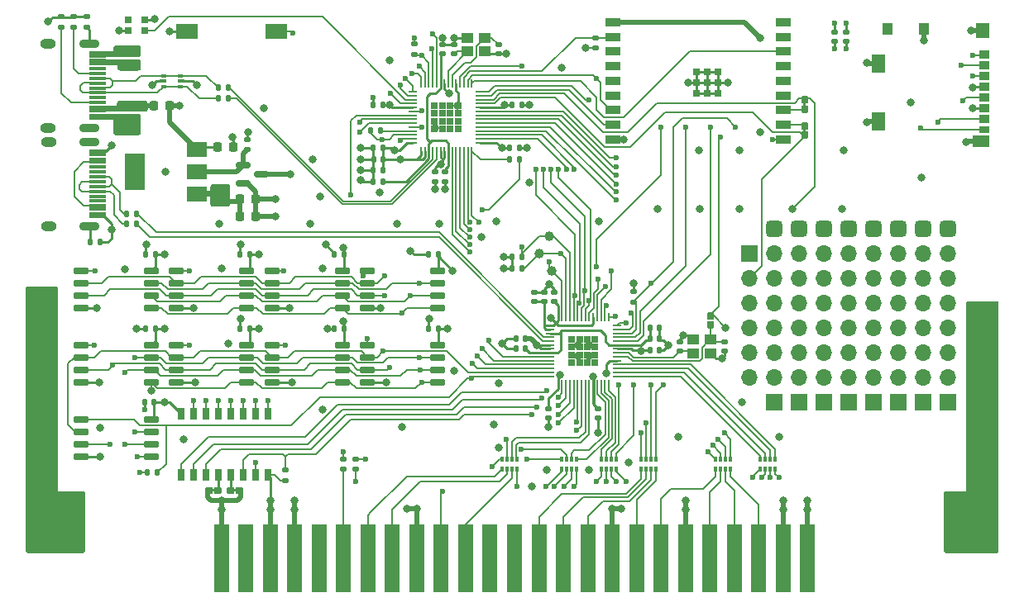
<source format=gtl>
G04 #@! TF.GenerationSoftware,KiCad,Pcbnew,(6.0.7)*
G04 #@! TF.CreationDate,2022-08-14T23:11:45+02:00*
G04 #@! TF.ProjectId,picocart64_v2,7069636f-6361-4727-9436-345f76322e6b,rev?*
G04 #@! TF.SameCoordinates,Original*
G04 #@! TF.FileFunction,Copper,L1,Top*
G04 #@! TF.FilePolarity,Positive*
%FSLAX46Y46*%
G04 Gerber Fmt 4.6, Leading zero omitted, Abs format (unit mm)*
G04 Created by KiCad (PCBNEW (6.0.7)) date 2022-08-14 23:11:45*
%MOMM*%
%LPD*%
G01*
G04 APERTURE LIST*
G04 Aperture macros list*
%AMRoundRect*
0 Rectangle with rounded corners*
0 $1 Rounding radius*
0 $2 $3 $4 $5 $6 $7 $8 $9 X,Y pos of 4 corners*
0 Add a 4 corners polygon primitive as box body*
4,1,4,$2,$3,$4,$5,$6,$7,$8,$9,$2,$3,0*
0 Add four circle primitives for the rounded corners*
1,1,$1+$1,$2,$3*
1,1,$1+$1,$4,$5*
1,1,$1+$1,$6,$7*
1,1,$1+$1,$8,$9*
0 Add four rect primitives between the rounded corners*
20,1,$1+$1,$2,$3,$4,$5,0*
20,1,$1+$1,$4,$5,$6,$7,0*
20,1,$1+$1,$6,$7,$8,$9,0*
20,1,$1+$1,$8,$9,$2,$3,0*%
%AMFreePoly0*
4,1,13,0.500000,-0.375000,0.000000,-0.375000,-0.095671,-0.355970,-0.176777,-0.301777,-0.230970,-0.220671,-0.250000,-0.125000,-0.250000,0.125000,-0.230970,0.220671,-0.176777,0.301777,-0.095671,0.355970,0.000000,0.375000,0.500000,0.375000,0.500000,-0.375000,0.500000,-0.375000,$1*%
G04 Aperture macros list end*
G04 #@! TA.AperFunction,SMDPad,CuDef*
%ADD10R,1.750000X0.300000*%
G04 #@! TD*
G04 #@! TA.AperFunction,ComponentPad*
%ADD11O,1.600000X1.000000*%
G04 #@! TD*
G04 #@! TA.AperFunction,ComponentPad*
%ADD12O,2.100000X0.900000*%
G04 #@! TD*
G04 #@! TA.AperFunction,ComponentPad*
%ADD13C,2.500000*%
G04 #@! TD*
G04 #@! TA.AperFunction,SMDPad,CuDef*
%ADD14RoundRect,0.140000X-0.170000X0.140000X-0.170000X-0.140000X0.170000X-0.140000X0.170000X0.140000X0*%
G04 #@! TD*
G04 #@! TA.AperFunction,SMDPad,CuDef*
%ADD15RoundRect,0.135000X-0.185000X0.135000X-0.185000X-0.135000X0.185000X-0.135000X0.185000X0.135000X0*%
G04 #@! TD*
G04 #@! TA.AperFunction,SMDPad,CuDef*
%ADD16RoundRect,0.140000X0.140000X0.170000X-0.140000X0.170000X-0.140000X-0.170000X0.140000X-0.170000X0*%
G04 #@! TD*
G04 #@! TA.AperFunction,SMDPad,CuDef*
%ADD17C,1.000000*%
G04 #@! TD*
G04 #@! TA.AperFunction,SMDPad,CuDef*
%ADD18RoundRect,0.150000X-0.650000X-0.150000X0.650000X-0.150000X0.650000X0.150000X-0.650000X0.150000X0*%
G04 #@! TD*
G04 #@! TA.AperFunction,SMDPad,CuDef*
%ADD19RoundRect,0.135000X0.185000X-0.135000X0.185000X0.135000X-0.185000X0.135000X-0.185000X-0.135000X0*%
G04 #@! TD*
G04 #@! TA.AperFunction,SMDPad,CuDef*
%ADD20RoundRect,0.225000X-0.225000X-0.250000X0.225000X-0.250000X0.225000X0.250000X-0.225000X0.250000X0*%
G04 #@! TD*
G04 #@! TA.AperFunction,SMDPad,CuDef*
%ADD21R,0.800000X0.800000*%
G04 #@! TD*
G04 #@! TA.AperFunction,SMDPad,CuDef*
%ADD22O,0.200000X0.875000*%
G04 #@! TD*
G04 #@! TA.AperFunction,SMDPad,CuDef*
%ADD23O,0.875000X0.200000*%
G04 #@! TD*
G04 #@! TA.AperFunction,SMDPad,CuDef*
%ADD24FreePoly0,270.000000*%
G04 #@! TD*
G04 #@! TA.AperFunction,SMDPad,CuDef*
%ADD25FreePoly0,90.000000*%
G04 #@! TD*
G04 #@! TA.AperFunction,SMDPad,CuDef*
%ADD26RoundRect,0.140000X0.170000X-0.140000X0.170000X0.140000X-0.170000X0.140000X-0.170000X-0.140000X0*%
G04 #@! TD*
G04 #@! TA.AperFunction,SMDPad,CuDef*
%ADD27R,0.400000X0.500000*%
G04 #@! TD*
G04 #@! TA.AperFunction,SMDPad,CuDef*
%ADD28R,0.300000X0.500000*%
G04 #@! TD*
G04 #@! TA.AperFunction,SMDPad,CuDef*
%ADD29R,1.150000X1.000000*%
G04 #@! TD*
G04 #@! TA.AperFunction,SMDPad,CuDef*
%ADD30RoundRect,0.218750X-0.218750X-0.256250X0.218750X-0.256250X0.218750X0.256250X-0.218750X0.256250X0*%
G04 #@! TD*
G04 #@! TA.AperFunction,SMDPad,CuDef*
%ADD31RoundRect,0.135000X0.135000X0.185000X-0.135000X0.185000X-0.135000X-0.185000X0.135000X-0.185000X0*%
G04 #@! TD*
G04 #@! TA.AperFunction,SMDPad,CuDef*
%ADD32R,0.800000X1.300000*%
G04 #@! TD*
G04 #@! TA.AperFunction,SMDPad,CuDef*
%ADD33R,2.180000X1.600000*%
G04 #@! TD*
G04 #@! TA.AperFunction,SMDPad,CuDef*
%ADD34RoundRect,0.135000X-0.135000X-0.185000X0.135000X-0.185000X0.135000X0.185000X-0.135000X0.185000X0*%
G04 #@! TD*
G04 #@! TA.AperFunction,SMDPad,CuDef*
%ADD35R,1.100000X0.850000*%
G04 #@! TD*
G04 #@! TA.AperFunction,SMDPad,CuDef*
%ADD36R,1.100000X0.750000*%
G04 #@! TD*
G04 #@! TA.AperFunction,SMDPad,CuDef*
%ADD37R,1.000000X1.200000*%
G04 #@! TD*
G04 #@! TA.AperFunction,SMDPad,CuDef*
%ADD38R,1.350000X1.900000*%
G04 #@! TD*
G04 #@! TA.AperFunction,SMDPad,CuDef*
%ADD39R,1.800000X1.170000*%
G04 #@! TD*
G04 #@! TA.AperFunction,SMDPad,CuDef*
%ADD40R,1.350000X1.550000*%
G04 #@! TD*
G04 #@! TA.AperFunction,SMDPad,CuDef*
%ADD41R,2.000000X3.800000*%
G04 #@! TD*
G04 #@! TA.AperFunction,SMDPad,CuDef*
%ADD42R,2.000000X1.500000*%
G04 #@! TD*
G04 #@! TA.AperFunction,SMDPad,CuDef*
%ADD43RoundRect,0.140000X-0.140000X-0.170000X0.140000X-0.170000X0.140000X0.170000X-0.140000X0.170000X0*%
G04 #@! TD*
G04 #@! TA.AperFunction,SMDPad,CuDef*
%ADD44RoundRect,0.150000X-0.587500X-0.150000X0.587500X-0.150000X0.587500X0.150000X-0.587500X0.150000X0*%
G04 #@! TD*
G04 #@! TA.AperFunction,ComponentPad*
%ADD45O,1.700000X1.700000*%
G04 #@! TD*
G04 #@! TA.AperFunction,ComponentPad*
%ADD46R,1.700000X1.700000*%
G04 #@! TD*
G04 #@! TA.AperFunction,SMDPad,CuDef*
%ADD47R,1.500000X0.900000*%
G04 #@! TD*
G04 #@! TA.AperFunction,SMDPad,CuDef*
%ADD48R,0.700000X0.700000*%
G04 #@! TD*
G04 #@! TA.AperFunction,SMDPad,CuDef*
%ADD49FreePoly0,180.000000*%
G04 #@! TD*
G04 #@! TA.AperFunction,SMDPad,CuDef*
%ADD50FreePoly0,0.000000*%
G04 #@! TD*
G04 #@! TA.AperFunction,SMDPad,CuDef*
%ADD51RoundRect,0.225000X0.225000X0.250000X-0.225000X0.250000X-0.225000X-0.250000X0.225000X-0.250000X0*%
G04 #@! TD*
G04 #@! TA.AperFunction,SMDPad,CuDef*
%ADD52R,0.500000X0.375000*%
G04 #@! TD*
G04 #@! TA.AperFunction,SMDPad,CuDef*
%ADD53R,0.650000X0.300000*%
G04 #@! TD*
G04 #@! TA.AperFunction,ComponentPad*
%ADD54RoundRect,0.425000X-0.425000X-0.425000X0.425000X-0.425000X0.425000X0.425000X-0.425000X0.425000X0*%
G04 #@! TD*
G04 #@! TA.AperFunction,SMDPad,CuDef*
%ADD55R,1.500000X7.000000*%
G04 #@! TD*
G04 #@! TA.AperFunction,ViaPad*
%ADD56C,0.800000*%
G04 #@! TD*
G04 #@! TA.AperFunction,ViaPad*
%ADD57C,0.600000*%
G04 #@! TD*
G04 #@! TA.AperFunction,Conductor*
%ADD58C,0.150000*%
G04 #@! TD*
G04 #@! TA.AperFunction,Conductor*
%ADD59C,0.152400*%
G04 #@! TD*
G04 #@! TA.AperFunction,Conductor*
%ADD60C,0.250000*%
G04 #@! TD*
G04 #@! TA.AperFunction,Conductor*
%ADD61C,0.500000*%
G04 #@! TD*
G04 APERTURE END LIST*
G36*
X180048200Y-72677800D02*
G01*
X179794200Y-72677800D01*
X179794200Y-72177800D01*
X180048200Y-72177800D01*
X180048200Y-72677800D01*
G37*
G36*
X121929000Y-109486400D02*
G01*
X121429000Y-109486400D01*
X121429000Y-109232400D01*
X121929000Y-109232400D01*
X121929000Y-109486400D01*
G37*
G36*
X180048200Y-70087000D02*
G01*
X179794200Y-70087000D01*
X179794200Y-69587000D01*
X180048200Y-69587000D01*
X180048200Y-70087000D01*
G37*
G36*
X119668400Y-109486400D02*
G01*
X119168400Y-109486400D01*
X119168400Y-109232400D01*
X119668400Y-109232400D01*
X119668400Y-109486400D01*
G37*
D10*
X107544000Y-64504600D03*
X107544000Y-65304600D03*
X107544000Y-66604600D03*
X107544000Y-67604600D03*
X107544000Y-68104600D03*
X107544000Y-69104600D03*
X107544000Y-70404600D03*
X107544000Y-71204600D03*
X107544000Y-70904600D03*
X107544000Y-70104600D03*
X107544000Y-69604600D03*
X107544000Y-68604600D03*
X107544000Y-67104600D03*
X107544000Y-66104600D03*
X107544000Y-65604600D03*
X107544000Y-64804600D03*
D11*
X102524000Y-72174600D03*
D12*
X106704000Y-63534600D03*
D11*
X102524000Y-63534600D03*
D12*
X106704000Y-72174600D03*
D10*
X107552600Y-74600800D03*
X107552600Y-75400800D03*
X107552600Y-76700800D03*
X107552600Y-77700800D03*
X107552600Y-78200800D03*
X107552600Y-79200800D03*
X107552600Y-80500800D03*
X107552600Y-81300800D03*
X107552600Y-81000800D03*
X107552600Y-80200800D03*
X107552600Y-79700800D03*
X107552600Y-78700800D03*
X107552600Y-77200800D03*
X107552600Y-76200800D03*
X107552600Y-75700800D03*
X107552600Y-74900800D03*
D11*
X102532600Y-82270800D03*
X102532600Y-73630800D03*
D12*
X106712600Y-73630800D03*
X106712600Y-82270800D03*
D13*
X102850000Y-112600000D03*
X197650000Y-112600000D03*
D14*
X143142000Y-76723000D03*
X143142000Y-77683000D03*
D15*
X162446000Y-89012000D03*
X162446000Y-90032000D03*
D16*
X142422000Y-85204000D03*
X141462000Y-85204000D03*
X123118000Y-85204000D03*
X122158000Y-85204000D03*
D17*
X153810000Y-83299000D03*
D18*
X115609000Y-94475000D03*
X115609000Y-95745000D03*
X115609000Y-97015000D03*
X115609000Y-98285000D03*
X122809000Y-98285000D03*
X122809000Y-97015000D03*
X122809000Y-95745000D03*
X122809000Y-94475000D03*
D16*
X123118000Y-92824000D03*
X122158000Y-92824000D03*
X136792000Y-75425000D03*
X135832000Y-75425000D03*
D19*
X105143600Y-61840000D03*
X105143600Y-60820000D03*
D16*
X151369000Y-93840000D03*
X150409000Y-93840000D03*
D14*
X144031000Y-63670000D03*
X144031000Y-64630000D03*
D19*
X158509000Y-63997000D03*
X158509000Y-62977000D03*
D18*
X105843000Y-94475000D03*
X105843000Y-95745000D03*
X105843000Y-97015000D03*
X105843000Y-98285000D03*
X113043000Y-98285000D03*
X113043000Y-97015000D03*
X113043000Y-95745000D03*
X113043000Y-94475000D03*
D17*
X152794000Y-85077000D03*
D14*
X158763000Y-100980000D03*
X158763000Y-101940000D03*
D16*
X142422000Y-92824000D03*
X141462000Y-92824000D03*
D18*
X135180000Y-86855000D03*
X135180000Y-88125000D03*
X135180000Y-89395000D03*
X135180000Y-90665000D03*
X142380000Y-90665000D03*
X142380000Y-89395000D03*
X142380000Y-88125000D03*
X142380000Y-86855000D03*
D20*
X119862600Y-74155000D03*
X121412600Y-74155000D03*
D14*
X167145000Y-94122000D03*
X167145000Y-95082000D03*
D21*
X110694400Y-61159000D03*
X110694400Y-62259000D03*
X112394400Y-62259000D03*
X112394400Y-61159000D03*
X142869000Y-71507000D03*
X142069000Y-70707000D03*
X143669000Y-70707000D03*
X142069000Y-72307000D03*
X143669000Y-72307000D03*
X142869000Y-72307000D03*
X143669000Y-71507000D03*
X144469000Y-72307000D03*
X142869000Y-70707000D03*
X142069000Y-71507000D03*
X144469000Y-71507000D03*
X142869000Y-69907000D03*
X143669000Y-69907000D03*
X142069000Y-69907000D03*
X144469000Y-69907000D03*
X144469000Y-70707000D03*
D22*
X145869000Y-74544500D03*
X145469000Y-74544500D03*
X145069000Y-74544500D03*
X144669000Y-74544500D03*
X144269000Y-74544500D03*
X143869000Y-74544500D03*
X143469000Y-74544500D03*
X143069000Y-74544500D03*
X142669000Y-74544500D03*
X142269000Y-74544500D03*
X141869000Y-74544500D03*
X141469000Y-74544500D03*
X141069000Y-74544500D03*
X140669000Y-74544500D03*
D23*
X139831500Y-73707000D03*
X139831500Y-73307000D03*
X139831500Y-72907000D03*
X139831500Y-72507000D03*
X139831500Y-72107000D03*
X139831500Y-71707000D03*
X139831500Y-71307000D03*
X139831500Y-70907000D03*
X139831500Y-70507000D03*
X139831500Y-70107000D03*
X139831500Y-69707000D03*
X139831500Y-69307000D03*
X139831500Y-68907000D03*
X139831500Y-68507000D03*
D22*
X140669000Y-67669500D03*
X141069000Y-67669500D03*
X141469000Y-67669500D03*
X141869000Y-67669500D03*
X142269000Y-67669500D03*
X142669000Y-67669500D03*
X143069000Y-67669500D03*
X143469000Y-67669500D03*
X143869000Y-67669500D03*
X144269000Y-67669500D03*
X144669000Y-67669500D03*
X145069000Y-67669500D03*
X145469000Y-67669500D03*
X145869000Y-67669500D03*
D23*
X146706500Y-68507000D03*
X146706500Y-68907000D03*
X146706500Y-69307000D03*
X146706500Y-69707000D03*
X146706500Y-70107000D03*
X146706500Y-70507000D03*
X146706500Y-70907000D03*
X146706500Y-71307000D03*
X146706500Y-71707000D03*
X146706500Y-72107000D03*
X146706500Y-72507000D03*
X146706500Y-72907000D03*
X146706500Y-73307000D03*
X146706500Y-73707000D03*
D24*
X179921200Y-71869000D03*
D25*
X179921200Y-73062800D03*
D26*
X142888000Y-64602000D03*
X142888000Y-63642000D03*
D27*
X176912000Y-106167000D03*
D28*
X176412000Y-106167000D03*
X175912000Y-106167000D03*
D27*
X175412000Y-106167000D03*
X175412000Y-107167000D03*
D28*
X175912000Y-107167000D03*
X176412000Y-107167000D03*
D27*
X176912000Y-107167000D03*
D21*
X158496000Y-95453000D03*
X156096000Y-94653000D03*
X158496000Y-93853000D03*
X158496000Y-94653000D03*
X156896000Y-94653000D03*
X157696000Y-95453000D03*
X156896000Y-95453000D03*
X156096000Y-93853000D03*
X157696000Y-93853000D03*
X156896000Y-93853000D03*
X156896000Y-96253000D03*
X156096000Y-95453000D03*
X157696000Y-94653000D03*
X157696000Y-96253000D03*
X158496000Y-96253000D03*
X156096000Y-96253000D03*
D23*
X153858500Y-97653000D03*
X153858500Y-97253000D03*
X153858500Y-96853000D03*
X153858500Y-96453000D03*
X153858500Y-96053000D03*
X153858500Y-95653000D03*
X153858500Y-95253000D03*
X153858500Y-94853000D03*
X153858500Y-94453000D03*
X153858500Y-94053000D03*
X153858500Y-93653000D03*
X153858500Y-93253000D03*
X153858500Y-92853000D03*
X153858500Y-92453000D03*
D22*
X154696000Y-91615500D03*
X155096000Y-91615500D03*
X155496000Y-91615500D03*
X155896000Y-91615500D03*
X156296000Y-91615500D03*
X156696000Y-91615500D03*
X157096000Y-91615500D03*
X157496000Y-91615500D03*
X157896000Y-91615500D03*
X158296000Y-91615500D03*
X158696000Y-91615500D03*
X159096000Y-91615500D03*
X159496000Y-91615500D03*
X159896000Y-91615500D03*
D23*
X160733500Y-92453000D03*
X160733500Y-92853000D03*
X160733500Y-93253000D03*
X160733500Y-93653000D03*
X160733500Y-94053000D03*
X160733500Y-94453000D03*
X160733500Y-94853000D03*
X160733500Y-95253000D03*
X160733500Y-95653000D03*
X160733500Y-96053000D03*
X160733500Y-96453000D03*
X160733500Y-96853000D03*
X160733500Y-97253000D03*
X160733500Y-97653000D03*
D22*
X159896000Y-98490500D03*
X159496000Y-98490500D03*
X159096000Y-98490500D03*
X158696000Y-98490500D03*
X158296000Y-98490500D03*
X157896000Y-98490500D03*
X157496000Y-98490500D03*
X157096000Y-98490500D03*
X156696000Y-98490500D03*
X156296000Y-98490500D03*
X155896000Y-98490500D03*
X155496000Y-98490500D03*
X155096000Y-98490500D03*
X154696000Y-98490500D03*
D29*
X145442000Y-64342000D03*
X147192000Y-64342000D03*
X147192000Y-62942000D03*
X145442000Y-62942000D03*
D30*
X113362500Y-69914600D03*
X114937500Y-69914600D03*
D27*
X164720000Y-106167000D03*
D28*
X164220000Y-106167000D03*
X163720000Y-106167000D03*
D27*
X163220000Y-106167000D03*
X163220000Y-107167000D03*
D28*
X163720000Y-107167000D03*
X164220000Y-107167000D03*
D27*
X164720000Y-107167000D03*
D16*
X136764000Y-77711000D03*
X135804000Y-77711000D03*
D29*
X168556000Y-95302000D03*
X170306000Y-95302000D03*
X170306000Y-93902000D03*
X168556000Y-93902000D03*
D18*
X125401000Y-94475000D03*
X125401000Y-95745000D03*
X125401000Y-97015000D03*
X125401000Y-98285000D03*
X132601000Y-98285000D03*
X132601000Y-97015000D03*
X132601000Y-95745000D03*
X132601000Y-94475000D03*
X135180000Y-94475000D03*
X135180000Y-95745000D03*
X135180000Y-97015000D03*
X135180000Y-98285000D03*
X142380000Y-98285000D03*
X142380000Y-97015000D03*
X142380000Y-95745000D03*
X142380000Y-94475000D03*
D31*
X107838000Y-83934000D03*
X106818000Y-83934000D03*
D14*
X142126000Y-76723000D03*
X142126000Y-77683000D03*
D16*
X113466000Y-92824000D03*
X112506000Y-92824000D03*
D18*
X125401000Y-86855000D03*
X125401000Y-88125000D03*
X125401000Y-89395000D03*
X125401000Y-90665000D03*
X132601000Y-90665000D03*
X132601000Y-89395000D03*
X132601000Y-88125000D03*
X132601000Y-86855000D03*
D16*
X136764000Y-74282000D03*
X135804000Y-74282000D03*
D32*
X116086000Y-107785000D03*
X117366000Y-107785000D03*
X118626000Y-107785000D03*
X119896000Y-107785000D03*
X121176000Y-107785000D03*
X122446000Y-107785000D03*
X123706000Y-107785000D03*
X124986000Y-107785000D03*
X124986000Y-101485000D03*
X123706000Y-101485000D03*
X122446000Y-101485000D03*
X121176000Y-101485000D03*
X119896000Y-101485000D03*
X118626000Y-101485000D03*
X117366000Y-101485000D03*
X116086000Y-101485000D03*
D33*
X125888000Y-62344000D03*
X116708000Y-62344000D03*
D34*
X149998000Y-85458000D03*
X151018000Y-85458000D03*
D26*
X171717000Y-94122000D03*
X171717000Y-95082000D03*
D35*
X198312500Y-64700000D03*
X198312500Y-65800000D03*
X198312500Y-66900000D03*
X198312500Y-68000000D03*
X198312500Y-69100000D03*
X198312500Y-70200000D03*
X198312500Y-71300000D03*
D36*
X198312500Y-72350000D03*
D37*
X192162500Y-62065000D03*
X188462500Y-62065000D03*
D38*
X187487500Y-65565000D03*
D39*
X197962500Y-73560000D03*
D38*
X187487500Y-71535000D03*
D40*
X198187500Y-62240000D03*
D41*
X111391600Y-76695000D03*
D42*
X117691600Y-74395000D03*
X117691600Y-76695000D03*
X117691600Y-78995000D03*
D27*
X172340000Y-106167000D03*
D28*
X171840000Y-106167000D03*
X171340000Y-106167000D03*
D27*
X170840000Y-106167000D03*
X170840000Y-107167000D03*
D28*
X171340000Y-107167000D03*
X171840000Y-107167000D03*
D27*
X172340000Y-107167000D03*
D16*
X132770000Y-92824000D03*
X131810000Y-92824000D03*
D26*
X153302000Y-90002000D03*
X153302000Y-89042000D03*
D43*
X164125000Y-92697000D03*
X165085000Y-92697000D03*
D44*
X122494100Y-75999000D03*
X122494100Y-77899000D03*
X124369100Y-76949000D03*
D15*
X122923600Y-73391000D03*
X122923600Y-74411000D03*
D17*
X154064000Y-86855000D03*
D45*
X174257000Y-97777000D03*
X174257000Y-95237000D03*
X174257000Y-92697000D03*
X174257000Y-90157000D03*
X174257000Y-87617000D03*
D46*
X174257000Y-85077000D03*
D24*
X170320000Y-91376200D03*
D25*
X170320000Y-92544600D03*
D34*
X149744000Y-75425000D03*
X150764000Y-75425000D03*
D47*
X160300000Y-61375000D03*
X160300000Y-62875000D03*
X160300000Y-64375000D03*
X160300000Y-65875000D03*
X160300000Y-67375000D03*
X160300000Y-68875000D03*
X160300000Y-70375000D03*
X160300000Y-71875000D03*
X160300000Y-73375000D03*
X177800000Y-73375000D03*
X177800000Y-71875000D03*
X177800000Y-70375000D03*
X177800000Y-68875000D03*
X177800000Y-67375000D03*
X177800000Y-65875000D03*
X177800000Y-64375000D03*
X177800000Y-62875000D03*
X177800000Y-61375000D03*
D48*
X171110000Y-66475000D03*
X169960000Y-68675000D03*
X169960000Y-66475000D03*
X171110000Y-67575000D03*
X168910000Y-67575000D03*
X168910000Y-66475000D03*
X168910000Y-68675000D03*
X171110000Y-68675000D03*
X169960000Y-67575000D03*
D15*
X133998000Y-106157000D03*
X133998000Y-107177000D03*
D49*
X122237800Y-109359400D03*
D50*
X121044000Y-109359400D03*
D14*
X153683000Y-100980000D03*
X153683000Y-101940000D03*
D16*
X113466000Y-85204000D03*
X112506000Y-85204000D03*
X132770000Y-85204000D03*
X131810000Y-85204000D03*
D51*
X123698600Y-79489000D03*
X122148600Y-79489000D03*
D43*
X149774000Y-74282000D03*
X150734000Y-74282000D03*
D19*
X103873600Y-61840000D03*
X103873600Y-60820000D03*
D34*
X119899000Y-69202000D03*
X120919000Y-69202000D03*
D18*
X105843000Y-102095000D03*
X105843000Y-103365000D03*
X105843000Y-104635000D03*
X105843000Y-105905000D03*
X113043000Y-105905000D03*
X113043000Y-104635000D03*
X113043000Y-103365000D03*
X113043000Y-102095000D03*
D27*
X160656000Y-106167000D03*
D28*
X160156000Y-106167000D03*
X159656000Y-106167000D03*
D27*
X159156000Y-106167000D03*
X159156000Y-107167000D03*
D28*
X159656000Y-107167000D03*
X160156000Y-107167000D03*
D27*
X160656000Y-107167000D03*
D26*
X148603000Y-64630000D03*
X148603000Y-63670000D03*
D14*
X184163000Y-62372000D03*
X184163000Y-63332000D03*
D31*
X151018000Y-86601000D03*
X149998000Y-86601000D03*
D15*
X106439000Y-60820000D03*
X106439000Y-61840000D03*
D43*
X164125000Y-93840000D03*
X165085000Y-93840000D03*
D27*
X156592000Y-106167000D03*
D28*
X156092000Y-106167000D03*
X155592000Y-106167000D03*
D27*
X155092000Y-106167000D03*
X155092000Y-107167000D03*
D28*
X155592000Y-107167000D03*
X156092000Y-107167000D03*
D27*
X156592000Y-107167000D03*
D15*
X139967000Y-63612000D03*
X139967000Y-64632000D03*
D26*
X152286000Y-90002000D03*
X152286000Y-89042000D03*
D27*
X150496000Y-106167000D03*
D28*
X149996000Y-106167000D03*
X149496000Y-106167000D03*
D27*
X148996000Y-106167000D03*
X148996000Y-107167000D03*
D28*
X149496000Y-107167000D03*
X149996000Y-107167000D03*
D27*
X150496000Y-107167000D03*
D18*
X115609000Y-86855000D03*
X115609000Y-88125000D03*
X115609000Y-89395000D03*
X115609000Y-90665000D03*
X122809000Y-90665000D03*
X122809000Y-89395000D03*
X122809000Y-88125000D03*
X122809000Y-86855000D03*
D51*
X123698600Y-81267000D03*
X122148600Y-81267000D03*
D52*
X114332100Y-66861100D03*
D53*
X114257100Y-67398600D03*
D52*
X114332100Y-67936100D03*
X116032100Y-67936100D03*
D53*
X116107100Y-67398600D03*
D52*
X116032100Y-66861100D03*
D19*
X132728000Y-107177000D03*
X132728000Y-106157000D03*
D25*
X179921200Y-70395800D03*
D24*
X179921200Y-69202000D03*
D16*
X113368000Y-100317000D03*
X112408000Y-100317000D03*
X136764000Y-69837000D03*
X135804000Y-69837000D03*
D15*
X126759000Y-107300000D03*
X126759000Y-108320000D03*
D16*
X136764000Y-76568000D03*
X135804000Y-76568000D03*
D34*
X110501000Y-81013000D03*
X111521000Y-81013000D03*
D43*
X150028000Y-69837000D03*
X150988000Y-69837000D03*
D26*
X154318000Y-90002000D03*
X154318000Y-89042000D03*
D18*
X105843000Y-86855000D03*
X105843000Y-88125000D03*
X105843000Y-89395000D03*
X105843000Y-90665000D03*
X113043000Y-90665000D03*
X113043000Y-89395000D03*
X113043000Y-88125000D03*
X113043000Y-86855000D03*
D16*
X151369000Y-94856000D03*
X150409000Y-94856000D03*
D34*
X119899000Y-68059000D03*
X120919000Y-68059000D03*
D50*
X118859600Y-109359400D03*
D49*
X120053400Y-109359400D03*
D31*
X136540000Y-72504000D03*
X135520000Y-72504000D03*
D34*
X112660000Y-107556000D03*
X113680000Y-107556000D03*
X110501000Y-82029000D03*
X111521000Y-82029000D03*
D14*
X183020000Y-62372000D03*
X183020000Y-63332000D03*
D43*
X164125000Y-94983000D03*
X165085000Y-94983000D03*
D46*
X179337000Y-100317000D03*
X194577000Y-100317000D03*
X176797000Y-100317000D03*
X181877000Y-100317000D03*
X186957000Y-100317000D03*
X192037000Y-100317000D03*
X184417000Y-100317000D03*
X189497000Y-100317000D03*
D54*
X181877000Y-82537000D03*
X179337000Y-82537000D03*
X184417000Y-82537000D03*
X194577000Y-82537000D03*
X176797000Y-82537000D03*
X186957000Y-82537000D03*
X192037000Y-82537000D03*
X189497000Y-82537000D03*
D45*
X176797000Y-92697000D03*
X192037000Y-95237000D03*
X186957000Y-92697000D03*
X184417000Y-95237000D03*
X176797000Y-85077000D03*
X194577000Y-87617000D03*
X184417000Y-87617000D03*
X194577000Y-90157000D03*
X189497000Y-97777000D03*
X179337000Y-87617000D03*
X194577000Y-92697000D03*
X189497000Y-87617000D03*
X189497000Y-92697000D03*
X181877000Y-95237000D03*
X189497000Y-95237000D03*
X184417000Y-92697000D03*
X189497000Y-90157000D03*
X179337000Y-90157000D03*
X192037000Y-90157000D03*
X186957000Y-90157000D03*
X181877000Y-87617000D03*
X181877000Y-97777000D03*
X179337000Y-95237000D03*
X179337000Y-97777000D03*
X181877000Y-92697000D03*
X179337000Y-92697000D03*
X184417000Y-85077000D03*
X192037000Y-92697000D03*
X179337000Y-85077000D03*
X186957000Y-97777000D03*
X184417000Y-90157000D03*
X192037000Y-85077000D03*
X186957000Y-87617000D03*
X181877000Y-90157000D03*
X184417000Y-97777000D03*
X186957000Y-85077000D03*
X181877000Y-85077000D03*
X176797000Y-87617000D03*
X176797000Y-95237000D03*
X192037000Y-87617000D03*
X176797000Y-90157000D03*
X176797000Y-97777000D03*
X189497000Y-85077000D03*
X194577000Y-95237000D03*
X192037000Y-97777000D03*
X194577000Y-97777000D03*
X186957000Y-95237000D03*
X194577000Y-85077000D03*
D55*
X180241000Y-116332000D03*
X177741000Y-116332000D03*
X175241000Y-116332000D03*
X172741000Y-116332000D03*
X170241000Y-116332000D03*
X167741000Y-116332000D03*
X165241000Y-116332000D03*
X162741000Y-116332000D03*
X160241000Y-116332000D03*
X157741000Y-116332000D03*
X155241000Y-116332000D03*
X152741000Y-116332000D03*
X150241000Y-116332000D03*
X147741000Y-116332000D03*
X145241000Y-116332000D03*
X142741000Y-116332000D03*
X140241000Y-116332000D03*
X137741000Y-116332000D03*
X135241000Y-116332000D03*
X132741000Y-116332000D03*
X130241000Y-116332000D03*
X127741000Y-116332000D03*
X125241000Y-116332000D03*
X122741000Y-116332000D03*
X120241000Y-116332000D03*
D56*
X173311000Y-74519000D03*
X169120000Y-74519000D03*
X158909200Y-81758000D03*
X130569000Y-101079000D03*
X148603000Y-105016000D03*
X153556000Y-107302000D03*
X157874000Y-107302000D03*
X161938000Y-106540000D03*
X177305000Y-103873000D03*
X173495000Y-100317000D03*
X167018000Y-103873000D03*
X148603000Y-98412000D03*
X144031000Y-97142000D03*
X138189000Y-82029000D03*
X129299000Y-82029000D03*
X120028000Y-82029000D03*
X130315000Y-79235000D03*
X129553000Y-75425000D03*
X136411000Y-78854000D03*
X151778000Y-77838000D03*
X148349000Y-81775000D03*
X146825000Y-83426000D03*
X110376000Y-86728000D03*
X107836000Y-102984000D03*
X116345000Y-104127000D03*
X152032000Y-108953000D03*
X148095000Y-102603000D03*
X138697000Y-102857000D03*
X120917000Y-94348000D03*
X130569000Y-86601000D03*
X120282000Y-86601000D03*
X114541600Y-76695000D03*
X124600000Y-70218000D03*
X137427000Y-65265000D03*
X155080000Y-66027000D03*
X183909000Y-74536000D03*
X190767000Y-69583000D03*
X191910000Y-77330000D03*
X183782000Y-80505000D03*
X173241000Y-80505000D03*
X169177000Y-80505000D03*
X164859000Y-80505000D03*
X142507000Y-82029000D03*
D57*
X150508000Y-108953000D03*
D56*
X140221000Y-111239000D03*
X139205000Y-111239000D03*
X152518000Y-94453000D03*
X110200000Y-72341400D03*
X110200000Y-71341400D03*
X111400000Y-71341400D03*
X111400000Y-72341400D03*
X102108000Y-105156000D03*
X180250000Y-111350000D03*
X180250000Y-110400000D03*
X177750000Y-111350000D03*
X177750000Y-110400000D03*
X167750000Y-110400000D03*
X167750000Y-111350000D03*
X127750000Y-111350000D03*
X127750000Y-110400000D03*
X149365000Y-64630000D03*
X142126000Y-72250000D03*
X139586000Y-84823000D03*
X120637600Y-79743000D03*
X125235000Y-110395916D03*
X114948000Y-62344000D03*
X102502000Y-61328000D03*
X198000000Y-108000000D03*
X107836000Y-105905000D03*
X127464000Y-98285000D03*
X142126000Y-78473000D03*
X144412000Y-69964000D03*
X107779000Y-98285000D03*
X110179000Y-64341400D03*
X121399600Y-73139000D03*
X120637600Y-78473000D03*
X158763000Y-103492000D03*
X141491000Y-91808000D03*
X161430000Y-73393000D03*
X168034000Y-67551000D03*
X143142000Y-78473000D03*
X151778000Y-69837000D03*
X172098000Y-67551000D03*
X122949000Y-72631000D03*
X125235000Y-111345916D03*
X111379000Y-64341400D03*
X127210000Y-90665000D03*
X197117000Y-70218000D03*
X153810000Y-88252000D03*
X166002000Y-94475000D03*
X134506000Y-77584000D03*
X167526000Y-93459000D03*
X153683000Y-102857000D03*
X109741000Y-62217000D03*
X117431000Y-90665000D03*
X119621600Y-79743000D03*
X148984000Y-94348000D03*
X111519000Y-92824000D03*
X122187000Y-84188000D03*
D57*
X135776000Y-69075000D03*
D56*
X108979000Y-74028000D03*
X157874000Y-94475000D03*
X159652000Y-97396000D03*
X157874000Y-95618000D03*
X171463000Y-95872000D03*
X120231200Y-110390600D03*
X107525000Y-90665000D03*
X120231200Y-111340600D03*
X122187000Y-91808000D03*
D57*
X184163000Y-64122000D03*
D56*
X156731000Y-95618000D03*
X186322000Y-71615000D03*
X157493000Y-63995000D03*
X186322000Y-65519000D03*
X196482000Y-73647000D03*
X162446000Y-88125000D03*
X175400000Y-72631000D03*
X119621600Y-78473000D03*
X131077000Y-92824000D03*
X130950000Y-84188000D03*
X134506000Y-75425000D03*
X137116000Y-98285000D03*
X134506000Y-74282000D03*
X198000000Y-109000000D03*
D57*
X112408000Y-101079000D03*
D56*
X113170000Y-67805000D03*
X151524000Y-74282000D03*
X192164000Y-63233000D03*
X117558000Y-98285000D03*
D57*
X183020000Y-64122000D03*
D56*
X144031000Y-62979000D03*
X136538000Y-90665000D03*
X112535000Y-84188000D03*
X134506000Y-76568000D03*
X156731000Y-94475000D03*
X108979000Y-82664000D03*
X102108000Y-106680000D03*
X196990000Y-62217000D03*
X142888000Y-62979000D03*
X114440000Y-85204000D03*
X143904000Y-86855000D03*
X138570000Y-75425000D03*
X143396000Y-92824000D03*
D57*
X184163000Y-61455000D03*
X139967000Y-62979000D03*
D56*
X153937000Y-91681000D03*
X114440000Y-100317000D03*
X125743000Y-79489000D03*
X142689063Y-75899500D03*
X163208000Y-95104500D03*
X137427000Y-69837000D03*
X132728000Y-92062000D03*
X149238000Y-69837000D03*
X124092000Y-85204000D03*
X149111000Y-86601000D03*
X143523000Y-68694000D03*
D57*
X111900000Y-107556000D03*
D56*
X114440000Y-92824000D03*
X175400000Y-62979000D03*
X158300619Y-97667019D03*
X154894290Y-97495738D03*
X137935000Y-74536000D03*
D57*
X183020000Y-61455000D03*
D56*
X125743000Y-81267000D03*
X124092000Y-92824000D03*
X113424000Y-61074000D03*
X197117000Y-68059000D03*
X149144500Y-85458000D03*
X148984000Y-74282000D03*
X132729855Y-84442530D03*
X115964000Y-69938600D03*
X117722100Y-67805000D03*
X110200000Y-65741400D03*
X111400000Y-70041400D03*
X110200000Y-70041400D03*
X111400000Y-65741400D03*
D57*
X197117000Y-64757000D03*
X160668000Y-76187000D03*
X195974000Y-65773000D03*
X160668000Y-75272600D03*
X197117000Y-66916000D03*
X160668000Y-78727000D03*
X196101000Y-69456000D03*
X160668000Y-79616000D03*
X193561000Y-71615000D03*
X160668000Y-77965000D03*
X191783000Y-72250000D03*
X160668000Y-77076000D03*
D56*
X161176000Y-111239000D03*
X127267000Y-76949000D03*
X160241000Y-111252000D03*
D57*
X174638000Y-108064000D03*
X175527000Y-108064000D03*
X176416000Y-108064000D03*
X177305000Y-108064000D03*
X162446000Y-98539000D03*
X160541000Y-91554000D03*
X159652000Y-90411000D03*
X160922000Y-98539000D03*
X158636000Y-108445000D03*
X159652000Y-108445000D03*
X160668000Y-108445000D03*
X161684000Y-108445000D03*
X150895500Y-105143000D03*
X134379000Y-71615000D03*
X160160000Y-86855000D03*
X151524000Y-106159000D03*
X140729000Y-70472000D03*
X153429000Y-108953000D03*
X154318000Y-108953000D03*
X155334000Y-108953000D03*
X156350000Y-108953000D03*
X154699000Y-102476000D03*
X170066000Y-105397000D03*
X170574000Y-104762000D03*
X154699000Y-101587000D03*
X171082000Y-104127000D03*
X154699000Y-100698000D03*
X154699000Y-99809000D03*
X171717000Y-103492000D03*
X163218500Y-103492000D03*
X156604000Y-103238000D03*
X163716000Y-102476000D03*
X156594500Y-102349000D03*
X161684000Y-92189000D03*
X164224000Y-98539000D03*
X162192000Y-91173000D03*
X165494000Y-98539000D03*
X142888000Y-109461000D03*
X147968000Y-106921000D03*
X158763000Y-87738000D03*
X149365000Y-104127000D03*
X134379000Y-72631000D03*
X145809000Y-97904000D03*
X146571000Y-81902000D03*
X146952000Y-80632000D03*
X127521000Y-62471000D03*
X145682000Y-81902000D03*
X136792000Y-95110002D03*
X136919000Y-87363000D03*
X137427000Y-96761000D03*
X108852000Y-104635000D03*
X145936000Y-96380000D03*
X109106000Y-96507000D03*
X136919000Y-89395000D03*
X145682000Y-82664000D03*
X138697000Y-91173000D03*
D56*
X113043000Y-99174000D03*
D57*
X146444000Y-95618000D03*
X140729000Y-98285000D03*
X145682000Y-83426000D03*
X111646000Y-105905000D03*
X140602000Y-97015000D03*
X145682000Y-84188000D03*
X139586000Y-89395000D03*
X110376000Y-104635000D03*
X110376000Y-97269000D03*
X146952000Y-94856000D03*
X145682000Y-84950000D03*
X140475000Y-88125000D03*
X111392000Y-103365000D03*
X111392000Y-95745000D03*
X140475000Y-95745000D03*
X147587000Y-93967000D03*
X107328000Y-86855000D03*
X117361000Y-100190000D03*
X107201000Y-94475000D03*
X118631000Y-100190000D03*
X119901000Y-100190000D03*
X116980000Y-86855000D03*
X116980000Y-94475000D03*
X121171000Y-100190000D03*
X122441000Y-100190000D03*
X126632000Y-86855000D03*
X123711000Y-100190000D03*
X126759000Y-94475000D03*
X134760000Y-87363000D03*
X124981000Y-100190000D03*
X154699000Y-76441000D03*
X151016000Y-65900000D03*
X157880500Y-89903000D03*
X153556000Y-99174000D03*
X153937000Y-76441000D03*
X157401000Y-88887000D03*
X140475000Y-65900000D03*
X153048000Y-99936000D03*
X156858000Y-90157000D03*
X153175000Y-76441000D03*
X152540000Y-100825000D03*
X139713000Y-66662000D03*
X139078000Y-67170000D03*
X152032000Y-101587000D03*
X156397500Y-89395000D03*
X152413000Y-76441000D03*
X158636000Y-67170000D03*
X157874000Y-69329000D03*
X176670000Y-73393000D03*
D56*
X178702000Y-80505000D03*
D57*
X156350000Y-76441000D03*
X155588000Y-76441000D03*
D56*
X171844000Y-92697000D03*
D57*
X137554000Y-68694000D03*
X171336000Y-73139000D03*
X159525000Y-88506000D03*
X135014000Y-106159000D03*
X133998000Y-108445000D03*
X133490000Y-79091500D03*
X132728000Y-105397000D03*
X164224000Y-88125000D03*
X172860000Y-72123000D03*
X138564285Y-67810715D03*
X165240000Y-72123000D03*
X158636000Y-86474000D03*
X138570000Y-73520000D03*
X154953000Y-85077000D03*
X140729000Y-64757000D03*
X136665000Y-73393000D03*
X153810000Y-85966000D03*
X140729500Y-72123000D03*
X151016000Y-84442000D03*
X135141000Y-93840000D03*
X123711000Y-106540000D03*
X170320000Y-72123000D03*
X167780000Y-72123000D03*
X141872000Y-62598000D03*
X141745000Y-64122000D03*
D58*
X174257000Y-87617000D02*
X175520800Y-86353200D01*
X175520800Y-86353200D02*
X175520800Y-77463200D01*
X175520800Y-77463200D02*
X179921200Y-73062800D01*
X153858500Y-97653000D02*
X146060000Y-97653000D01*
X146060000Y-97653000D02*
X145809000Y-97904000D01*
X145809000Y-97904000D02*
X145428000Y-97904000D01*
X143523000Y-99809000D02*
X130315000Y-99809000D01*
X145428000Y-97904000D02*
X143523000Y-99809000D01*
X130315000Y-99809000D02*
X127394000Y-102730000D01*
X127394000Y-102730000D02*
X114567000Y-102730000D01*
X157880500Y-89903000D02*
X158001000Y-89782500D01*
X158001000Y-89782500D02*
X158001000Y-80632000D01*
X158001000Y-80632000D02*
X154699000Y-77330000D01*
X154699000Y-77330000D02*
X154699000Y-76441000D01*
X157496000Y-90789000D02*
X157496000Y-91615500D01*
X157880500Y-89903000D02*
X157880500Y-90404500D01*
X157880500Y-90404500D02*
X157496000Y-90789000D01*
D59*
X159525000Y-88506000D02*
X159525000Y-88506353D01*
X159525000Y-88506353D02*
X158696000Y-89335353D01*
X158696000Y-89335353D02*
X158696000Y-91615500D01*
D58*
X160160000Y-86855000D02*
X160160000Y-88760000D01*
X160160000Y-88760000D02*
X159096000Y-89824000D01*
X159096000Y-89824000D02*
X159096000Y-91615500D01*
D60*
X153810000Y-88252000D02*
X153302000Y-88760000D01*
X153810000Y-88252000D02*
X154318000Y-88760000D01*
X154318000Y-88760000D02*
X154318000Y-89042000D01*
X153302000Y-88760000D02*
X153302000Y-89042000D01*
D58*
X146952000Y-80632000D02*
X147587000Y-80632000D01*
X147587000Y-80632000D02*
X150764000Y-77455000D01*
X150764000Y-77455000D02*
X150764000Y-75425000D01*
X162446000Y-90032000D02*
X162446000Y-90019968D01*
X166510000Y-85955968D02*
X166510000Y-72123000D01*
X162446000Y-90019968D02*
X166510000Y-85955968D01*
X166510000Y-72123000D02*
X167399000Y-71234000D01*
X167399000Y-71234000D02*
X171971000Y-71234000D01*
X171971000Y-71234000D02*
X172860000Y-72123000D01*
X160733500Y-93653000D02*
X162633000Y-93653000D01*
X162633000Y-93653000D02*
X163081000Y-93205000D01*
X163081000Y-93205000D02*
X163081000Y-91046000D01*
X163081000Y-91046000D02*
X167780000Y-86347000D01*
X167780000Y-86347000D02*
X167780000Y-72123000D01*
X160733500Y-94053000D02*
X162868000Y-94053000D01*
X162868000Y-94053000D02*
X163484501Y-93436499D01*
X163484501Y-93436499D02*
X163484501Y-92039499D01*
X163484501Y-92039499D02*
X170320000Y-85204000D01*
X170320000Y-85204000D02*
X170320000Y-72123000D01*
X171717000Y-94122000D02*
X170526000Y-94122000D01*
X170526000Y-94122000D02*
X170306000Y-93902000D01*
D60*
X171463000Y-95872000D02*
X171717000Y-95618000D01*
X170876000Y-95872000D02*
X170306000Y-95302000D01*
X171717000Y-95618000D02*
X171717000Y-95082000D01*
X171463000Y-95872000D02*
X170876000Y-95872000D01*
X167526000Y-93459000D02*
X167145000Y-93840000D01*
X167145000Y-93840000D02*
X167145000Y-94122000D01*
X167526000Y-93459000D02*
X168113000Y-93459000D01*
X168113000Y-93459000D02*
X168556000Y-93902000D01*
D58*
X143869000Y-67669500D02*
X143869000Y-66824000D01*
X143869000Y-66824000D02*
X145174000Y-65519000D01*
X145174000Y-65519000D02*
X145744000Y-65519000D01*
X145744000Y-65519000D02*
X146317000Y-64946000D01*
X146317000Y-64946000D02*
X146317000Y-63817000D01*
X146317000Y-63817000D02*
X147192000Y-62942000D01*
X105843000Y-89395000D02*
X108217000Y-89395000D01*
X108217000Y-89395000D02*
X108852000Y-88760000D01*
X114567000Y-89395000D02*
X115609000Y-89395000D01*
X108852000Y-88760000D02*
X113932000Y-88760000D01*
X113932000Y-88760000D02*
X114567000Y-89395000D01*
X150496000Y-107167000D02*
X150496000Y-108941000D01*
X150496000Y-108941000D02*
X150508000Y-108953000D01*
D61*
X140221000Y-111239000D02*
X139205000Y-111239000D01*
X140241000Y-111259000D02*
X140221000Y-111239000D01*
X122494100Y-75999000D02*
X122494100Y-74840500D01*
X122494100Y-74840500D02*
X122923600Y-74411000D01*
X117691600Y-76695000D02*
X121798100Y-76695000D01*
X121798100Y-76695000D02*
X122494100Y-75999000D01*
X152413000Y-94348000D02*
X152518000Y-94453000D01*
D60*
X139586000Y-84823000D02*
X139967000Y-85204000D01*
D61*
X197962500Y-73560000D02*
X196569000Y-73560000D01*
D58*
X126253000Y-108320000D02*
X125718000Y-107785000D01*
D60*
X169960000Y-66475000D02*
X169960000Y-68675000D01*
X168910000Y-67575000D02*
X168058000Y-67575000D01*
X108406200Y-74600800D02*
X108979000Y-74028000D01*
X105843000Y-105905000D02*
X107836000Y-105905000D01*
X159652000Y-96398800D02*
X159652000Y-97396000D01*
X109741000Y-62217000D02*
X109783000Y-62259000D01*
D61*
X118859600Y-110070600D02*
X119179600Y-110390600D01*
X198187500Y-62240000D02*
X197013000Y-62240000D01*
D60*
X144469000Y-69907000D02*
X144412000Y-69964000D01*
X197135000Y-70200000D02*
X198312500Y-70200000D01*
X142126000Y-78473000D02*
X142126000Y-77683000D01*
X153683000Y-101940000D02*
X153683000Y-102857000D01*
D61*
X192162500Y-63231500D02*
X192164000Y-63233000D01*
D60*
X135804000Y-74282000D02*
X135804000Y-76568000D01*
D61*
X192162500Y-62065000D02*
X192162500Y-63231500D01*
X121892400Y-110390600D02*
X120231200Y-110390600D01*
D60*
X135180000Y-98285000D02*
X137116000Y-98285000D01*
X148984000Y-94348000D02*
X149492000Y-93840000D01*
X131810000Y-85048000D02*
X131810000Y-85204000D01*
D61*
X127741000Y-110409000D02*
X127750000Y-110400000D01*
D60*
X122158000Y-91837000D02*
X122187000Y-91808000D01*
X168910000Y-67575000D02*
X171110000Y-67575000D01*
X134633000Y-77711000D02*
X135804000Y-77711000D01*
D61*
X196569000Y-73560000D02*
X196482000Y-73647000D01*
X118859600Y-109359400D02*
X118859600Y-110070600D01*
X197013000Y-62240000D02*
X196990000Y-62217000D01*
D60*
X108250800Y-81300800D02*
X108979000Y-82029000D01*
X135804000Y-69103000D02*
X135776000Y-69075000D01*
D61*
X125241000Y-116332000D02*
X125241000Y-110247000D01*
D60*
X149492000Y-93840000D02*
X150409000Y-93840000D01*
X122949000Y-72631000D02*
X122923600Y-72656400D01*
X165085000Y-94983000D02*
X165494000Y-94983000D01*
X160733500Y-96053000D02*
X159997800Y-96053000D01*
D58*
X125718000Y-107785000D02*
X124986000Y-107785000D01*
D60*
X144269000Y-67669500D02*
X144269000Y-68367000D01*
X135832000Y-75425000D02*
X134506000Y-75425000D01*
X125250000Y-108049000D02*
X125250000Y-110238000D01*
X108979000Y-83553000D02*
X108979000Y-82664000D01*
X158763000Y-103492000D02*
X158763000Y-101940000D01*
X144031000Y-62979000D02*
X144068000Y-62942000D01*
X112506000Y-85204000D02*
X112506000Y-84217000D01*
X134506000Y-77584000D02*
X134633000Y-77711000D01*
X172074000Y-67575000D02*
X172098000Y-67551000D01*
D58*
X158509000Y-63997000D02*
X157495000Y-63997000D01*
D60*
X122158000Y-92824000D02*
X122158000Y-91837000D01*
X144068000Y-62942000D02*
X145442000Y-62942000D01*
X165085000Y-93967000D02*
X165494000Y-93967000D01*
X122158000Y-85204000D02*
X122158000Y-84217000D01*
X131077000Y-92824000D02*
X131810000Y-92824000D01*
D61*
X187487500Y-71535000D02*
X186402000Y-71535000D01*
D60*
X149492000Y-94856000D02*
X150409000Y-94856000D01*
X161412000Y-73375000D02*
X160300000Y-73375000D01*
X165494000Y-94983000D02*
X166002000Y-94475000D01*
X106439000Y-60818000D02*
X105169000Y-60818000D01*
X197117000Y-70218000D02*
X197135000Y-70200000D01*
D61*
X180241000Y-110409000D02*
X180250000Y-110400000D01*
X120637600Y-79743000D02*
X121894600Y-79743000D01*
D60*
X148603000Y-64630000D02*
X149365000Y-64630000D01*
X141462000Y-92824000D02*
X141462000Y-91837000D01*
X125401000Y-90665000D02*
X127210000Y-90665000D01*
X159997800Y-96053000D02*
X159652000Y-96398800D01*
X171110000Y-68675000D02*
X168910000Y-68675000D01*
X152286000Y-89042000D02*
X153302000Y-89042000D01*
X165085000Y-93840000D02*
X165085000Y-92697000D01*
X144269000Y-68367000D02*
X144469000Y-68567000D01*
D61*
X127741000Y-116332000D02*
X127741000Y-110409000D01*
X122237800Y-109359400D02*
X122237800Y-110045200D01*
D60*
X162446000Y-89012000D02*
X162446000Y-88125000D01*
D61*
X120241000Y-110400400D02*
X120231200Y-110390600D01*
X120241000Y-116332000D02*
X120241000Y-110400400D01*
D60*
X112408000Y-100317000D02*
X112408000Y-101079000D01*
X108598000Y-83934000D02*
X108979000Y-83553000D01*
X102986600Y-60843400D02*
X102502000Y-61328000D01*
X107838000Y-83934000D02*
X108598000Y-83934000D01*
X114948000Y-62344000D02*
X116708000Y-62344000D01*
X105143600Y-60843400D02*
X103873600Y-60843400D01*
D61*
X122148600Y-79489000D02*
X122148600Y-81267000D01*
D60*
X168910000Y-68675000D02*
X168910000Y-66475000D01*
D61*
X167741000Y-116332000D02*
X167741000Y-110409000D01*
D58*
X126759000Y-108320000D02*
X126253000Y-108320000D01*
D60*
X105843000Y-98285000D02*
X107779000Y-98285000D01*
X183020000Y-63332000D02*
X183020000Y-64122000D01*
X144031000Y-63670000D02*
X144031000Y-62979000D01*
D61*
X121894600Y-79743000D02*
X122148600Y-79489000D01*
D60*
X141462000Y-91837000D02*
X141491000Y-91808000D01*
X109783000Y-62259000D02*
X110694400Y-62259000D01*
X113576400Y-67398600D02*
X113170000Y-67805000D01*
D61*
X187487500Y-65565000D02*
X186368000Y-65565000D01*
D60*
X142888000Y-62979000D02*
X142888000Y-63642000D01*
X122923600Y-72656400D02*
X122923600Y-73391000D01*
X150734000Y-74282000D02*
X151524000Y-74282000D01*
X125250000Y-110238000D02*
X125250000Y-110400000D01*
X115609000Y-98285000D02*
X117558000Y-98285000D01*
X107552600Y-74600800D02*
X108406200Y-74600800D01*
D61*
X119179600Y-110390600D02*
X120231200Y-110390600D01*
D60*
X135804000Y-76568000D02*
X135804000Y-77711000D01*
X112506000Y-92824000D02*
X111519000Y-92824000D01*
X147480000Y-64630000D02*
X149365000Y-64630000D01*
X165494000Y-93967000D02*
X166002000Y-94475000D01*
X151778000Y-69837000D02*
X150988000Y-69837000D01*
X124986000Y-107785000D02*
X125250000Y-108049000D01*
X121412600Y-74155000D02*
X121412600Y-73152000D01*
D61*
X177741000Y-110409000D02*
X177750000Y-110400000D01*
D60*
X114044600Y-67398600D02*
X113576400Y-67398600D01*
X125401000Y-98285000D02*
X127464000Y-98285000D01*
X161430000Y-73393000D02*
X161412000Y-73375000D01*
X144003000Y-63642000D02*
X144031000Y-63670000D01*
D61*
X177741000Y-116332000D02*
X177741000Y-110409000D01*
D60*
X184163000Y-63332000D02*
X184163000Y-64122000D01*
X105169000Y-60818000D02*
X105143600Y-60843400D01*
X144469000Y-68567000D02*
X144469000Y-69907000D01*
X142888000Y-63642000D02*
X144003000Y-63642000D01*
X148984000Y-94348000D02*
X149492000Y-94856000D01*
X112506000Y-84217000D02*
X112535000Y-84188000D01*
X135180000Y-90665000D02*
X136538000Y-90665000D01*
X135804000Y-76568000D02*
X134506000Y-76568000D01*
D61*
X186402000Y-71535000D02*
X186322000Y-71615000D01*
X180241000Y-116332000D02*
X180241000Y-110409000D01*
D60*
X171110000Y-67575000D02*
X172074000Y-67575000D01*
X121412600Y-73152000D02*
X121399600Y-73139000D01*
X115609000Y-90665000D02*
X117431000Y-90665000D01*
X168058000Y-67575000D02*
X168034000Y-67551000D01*
X103873600Y-60843400D02*
X102986600Y-60843400D01*
X105843000Y-90665000D02*
X107525000Y-90665000D01*
X143142000Y-77683000D02*
X143142000Y-78473000D01*
X122158000Y-84217000D02*
X122187000Y-84188000D01*
X139967000Y-85204000D02*
X141462000Y-85204000D01*
X147192000Y-64342000D02*
X147480000Y-64630000D01*
D61*
X167741000Y-110409000D02*
X167750000Y-110400000D01*
D60*
X171110000Y-66475000D02*
X171110000Y-68675000D01*
X168910000Y-66475000D02*
X171110000Y-66475000D01*
D61*
X186368000Y-65565000D02*
X186322000Y-65519000D01*
X125241000Y-110247000D02*
X125250000Y-110238000D01*
D60*
X135804000Y-74282000D02*
X134506000Y-74282000D01*
X135804000Y-69837000D02*
X135804000Y-69103000D01*
X130950000Y-84188000D02*
X131810000Y-85048000D01*
X108979000Y-82029000D02*
X108979000Y-82664000D01*
D61*
X122237800Y-110045200D02*
X121892400Y-110390600D01*
D58*
X157495000Y-63997000D02*
X157493000Y-63995000D01*
D60*
X107552600Y-81300800D02*
X108250800Y-81300800D01*
X153683000Y-100980000D02*
X153683000Y-99936000D01*
X158344000Y-97710400D02*
X158344000Y-100561000D01*
D61*
X125717600Y-79489000D02*
X125743000Y-79489000D01*
X151369000Y-93840000D02*
X151905000Y-93840000D01*
D60*
X140221000Y-75425000D02*
X139586000Y-75425000D01*
X113466000Y-86432000D02*
X113043000Y-86855000D01*
X153466818Y-92861818D02*
X153302000Y-92697000D01*
X114918000Y-100317000D02*
X116086000Y-101485000D01*
X154696000Y-98923000D02*
X154696000Y-98490500D01*
X132770000Y-85204000D02*
X132770000Y-84482675D01*
X123118000Y-92824000D02*
X123118000Y-94166000D01*
X142540500Y-75899500D02*
X142689063Y-75899500D01*
X152286000Y-90002000D02*
X153302000Y-90002000D01*
X142422000Y-94433000D02*
X142380000Y-94475000D01*
X113466000Y-92824000D02*
X113466000Y-94052000D01*
X137427000Y-69837000D02*
X136764000Y-69837000D01*
X152518000Y-94453000D02*
X153858500Y-94453000D01*
X153302000Y-92697000D02*
X153302000Y-92453000D01*
X142507000Y-75933000D02*
X142888000Y-75552000D01*
X154445000Y-92189000D02*
X153937000Y-91681000D01*
X132770000Y-85204000D02*
X132770000Y-86686000D01*
X141069000Y-74544500D02*
X141069000Y-75212000D01*
X152918000Y-94853000D02*
X153858500Y-94853000D01*
X143523000Y-68694000D02*
X143069000Y-68240000D01*
X132770000Y-92824000D02*
X132770000Y-94306000D01*
X162189000Y-94853000D02*
X162319000Y-94983000D01*
X158296000Y-100513000D02*
X158763000Y-100980000D01*
D61*
X122494100Y-77899000D02*
X122883000Y-77899000D01*
X151905000Y-93840000D02*
X152413000Y-94348000D01*
X123698600Y-79489000D02*
X123698600Y-81267000D01*
D59*
X154696000Y-97694028D02*
X154894290Y-97495738D01*
D60*
X154445000Y-92189000D02*
X154696000Y-91938000D01*
X114440000Y-100317000D02*
X114918000Y-100317000D01*
X137935000Y-74536000D02*
X138443000Y-74536000D01*
X140856000Y-75425000D02*
X139586000Y-75425000D01*
X154696000Y-98490500D02*
X154696000Y-97694028D01*
D59*
X153858500Y-92853001D02*
X153867317Y-92861818D01*
D60*
X142507000Y-75933000D02*
X142380000Y-76060000D01*
X142422000Y-86813000D02*
X142380000Y-86855000D01*
X143069000Y-68240000D02*
X143069000Y-67669500D01*
X123118000Y-94166000D02*
X122809000Y-94475000D01*
X153867317Y-92861818D02*
X153466818Y-92861818D01*
X153858500Y-92453000D02*
X154181000Y-92453000D01*
X142422000Y-92824000D02*
X143396000Y-92824000D01*
X142888000Y-75552000D02*
X142888000Y-75425000D01*
X158300619Y-97667019D02*
X158344000Y-97710400D01*
X158296000Y-98490500D02*
X158296000Y-100513000D01*
X154696000Y-90380000D02*
X154318000Y-90002000D01*
X149998000Y-85458000D02*
X149998000Y-86601000D01*
X113368000Y-100317000D02*
X113368000Y-101770000D01*
X148409000Y-73707000D02*
X148984000Y-74282000D01*
X123118000Y-86546000D02*
X122809000Y-86855000D01*
X132728000Y-92062000D02*
X132770000Y-92104000D01*
X153683000Y-99936000D02*
X154696000Y-98923000D01*
X153302000Y-92453000D02*
X153858500Y-92453000D01*
D61*
X173796000Y-61375000D02*
X175400000Y-62979000D01*
D60*
X149144500Y-85458000D02*
X149998000Y-85458000D01*
X136764000Y-74282000D02*
X136764000Y-76568000D01*
X197176000Y-68000000D02*
X198312500Y-68000000D01*
X184163000Y-62372000D02*
X184163000Y-61455000D01*
X142380000Y-76060000D02*
X142126000Y-76314000D01*
X139586000Y-75425000D02*
X138570000Y-75425000D01*
D61*
X160300000Y-61375000D02*
X173796000Y-61375000D01*
D60*
X148968000Y-70107000D02*
X146706500Y-70107000D01*
X132770000Y-92104000D02*
X132770000Y-92824000D01*
X132770000Y-84482675D02*
X132729855Y-84442530D01*
X142422000Y-85373000D02*
X143904000Y-86855000D01*
X132770000Y-86686000D02*
X132601000Y-86855000D01*
X137697000Y-70107000D02*
X137427000Y-69837000D01*
X113466000Y-92824000D02*
X114440000Y-92824000D01*
X158344000Y-100561000D02*
X158763000Y-100980000D01*
X141069000Y-75212000D02*
X140856000Y-75425000D01*
X149774000Y-74282000D02*
X148984000Y-74282000D01*
X154699000Y-92443000D02*
X154445000Y-92189000D01*
X138443000Y-74536000D02*
X139272000Y-73707000D01*
X143069000Y-75244000D02*
X142888000Y-75425000D01*
X149238000Y-69837000D02*
X150028000Y-69837000D01*
X136792000Y-75425000D02*
X138570000Y-75425000D01*
X163335000Y-94983000D02*
X164125000Y-94983000D01*
X142380000Y-76060000D02*
X142540500Y-75899500D01*
X146706500Y-73707000D02*
X148409000Y-73707000D01*
X142669000Y-74544500D02*
X142669000Y-75206000D01*
X139831500Y-70107000D02*
X137697000Y-70107000D01*
X142126000Y-76314000D02*
X142126000Y-76723000D01*
X113368000Y-100317000D02*
X114440000Y-100317000D01*
X142422000Y-92824000D02*
X142422000Y-94433000D01*
X113424000Y-61074000D02*
X113339000Y-61159000D01*
D61*
X122883000Y-77899000D02*
X123698600Y-78714600D01*
D60*
X113368000Y-101770000D02*
X113043000Y-102095000D01*
X152413000Y-94348000D02*
X152918000Y-94853000D01*
X158296000Y-92275000D02*
X158128000Y-92443000D01*
X123118000Y-85204000D02*
X123118000Y-86546000D01*
X123118000Y-92824000D02*
X124092000Y-92824000D01*
X143069000Y-74544500D02*
X143069000Y-75244000D01*
X113339000Y-61159000D02*
X112394400Y-61159000D01*
X113466000Y-85204000D02*
X113466000Y-86432000D01*
X132770000Y-94306000D02*
X132601000Y-94475000D01*
X154696000Y-91615500D02*
X154696000Y-90380000D01*
X139272000Y-73707000D02*
X139831500Y-73707000D01*
X160733500Y-94853000D02*
X162189000Y-94853000D01*
X149238000Y-69837000D02*
X148968000Y-70107000D01*
X137935000Y-74536000D02*
X137681000Y-74282000D01*
X113466000Y-85204000D02*
X114440000Y-85204000D01*
X153302000Y-90002000D02*
X153302000Y-92453000D01*
X162319000Y-94983000D02*
X163335000Y-94983000D01*
X140669000Y-74977000D02*
X140221000Y-75425000D01*
X183020000Y-62372000D02*
X183020000Y-61455000D01*
D61*
X123698600Y-78714600D02*
X123698600Y-79489000D01*
D60*
X163335000Y-94983000D02*
X163329500Y-94983000D01*
D61*
X123698600Y-81267000D02*
X125743000Y-81267000D01*
X123698600Y-79489000D02*
X125717600Y-79489000D01*
D60*
X113466000Y-94052000D02*
X113043000Y-94475000D01*
X163329500Y-94983000D02*
X163208000Y-95104500D01*
X142422000Y-85204000D02*
X142422000Y-85373000D01*
X123118000Y-85204000D02*
X124092000Y-85204000D01*
X140669000Y-74544500D02*
X140669000Y-74977000D01*
X137681000Y-74282000D02*
X136764000Y-74282000D01*
D58*
X139967000Y-63612000D02*
X139967000Y-62979000D01*
D60*
X142669000Y-75206000D02*
X142888000Y-75425000D01*
X154696000Y-91938000D02*
X154696000Y-91615500D01*
X197117000Y-68059000D02*
X197176000Y-68000000D01*
X154181000Y-92453000D02*
X154445000Y-92189000D01*
X158128000Y-92443000D02*
X154699000Y-92443000D01*
D58*
X112660000Y-107556000D02*
X111900000Y-107556000D01*
D60*
X142422000Y-85204000D02*
X142422000Y-86813000D01*
X158296000Y-91615500D02*
X158296000Y-92275000D01*
X149111000Y-86601000D02*
X149998000Y-86601000D01*
X117931600Y-74155000D02*
X117691600Y-74395000D01*
D61*
X115964000Y-69938600D02*
X114961500Y-69938600D01*
X114937500Y-69914600D02*
X114937500Y-71640900D01*
X114961500Y-69938600D02*
X114937500Y-69914600D01*
D60*
X117315700Y-67398600D02*
X117722100Y-67805000D01*
D61*
X114937500Y-71640900D02*
X117691600Y-74395000D01*
D60*
X119862600Y-74155000D02*
X117931600Y-74155000D01*
X116319600Y-67398600D02*
X117315700Y-67398600D01*
D58*
X105143600Y-61863400D02*
X105143600Y-66128600D01*
X105143600Y-66128600D02*
X105619600Y-66604600D01*
X105619600Y-66604600D02*
X107544000Y-66604600D01*
X104860400Y-69604600D02*
X107544000Y-69604600D01*
X103873600Y-68617800D02*
X104860400Y-69604600D01*
X103873600Y-61863400D02*
X103873600Y-68617800D01*
D60*
X106704000Y-62105000D02*
X106439000Y-61840000D01*
X106704000Y-63534600D02*
X106704000Y-62105000D01*
X111526800Y-69914600D02*
X111400000Y-70041400D01*
D61*
X113362500Y-69914600D02*
X111526800Y-69914600D01*
D58*
X155032400Y-70907000D02*
X157391400Y-73266000D01*
X197117000Y-64757000D02*
X198255500Y-64757000D01*
X198255500Y-64757000D02*
X198312500Y-64700000D01*
X157391400Y-73266000D02*
X160312400Y-76187000D01*
X160312400Y-76187000D02*
X160668000Y-76187000D01*
X146706500Y-70907000D02*
X155032400Y-70907000D01*
X160668000Y-75272600D02*
X160007600Y-75272600D01*
X195974000Y-65773000D02*
X198285500Y-65773000D01*
X155242000Y-70507000D02*
X146706500Y-70507000D01*
X160007600Y-75272600D02*
X155242000Y-70507000D01*
X198285500Y-65773000D02*
X198312500Y-65800000D01*
X160541000Y-78727000D02*
X160668000Y-78727000D01*
X153921000Y-72107000D02*
X160541000Y-78727000D01*
X198296500Y-66916000D02*
X198312500Y-66900000D01*
X197117000Y-66916000D02*
X198296500Y-66916000D01*
X146706500Y-72107000D02*
X153921000Y-72107000D01*
X153432000Y-72507000D02*
X156477000Y-75552000D01*
X156477000Y-75552000D02*
X160541000Y-79616000D01*
X146706500Y-72507000D02*
X153432000Y-72507000D01*
X196457000Y-69100000D02*
X198312500Y-69100000D01*
X160541000Y-79616000D02*
X160668000Y-79616000D01*
X196101000Y-69456000D02*
X196457000Y-69100000D01*
X193561000Y-71615000D02*
X193876000Y-71300000D01*
X154410000Y-71707000D02*
X160668000Y-77965000D01*
X146706500Y-71707000D02*
X154410000Y-71707000D01*
X193876000Y-71300000D02*
X198312500Y-71300000D01*
X191783000Y-72250000D02*
X191883000Y-72350000D01*
X154721200Y-71307000D02*
X146706500Y-71307000D01*
X191883000Y-72350000D02*
X198312500Y-72350000D01*
X160668000Y-77076000D02*
X160490200Y-77076000D01*
X160490200Y-77076000D02*
X154721200Y-71307000D01*
D61*
X160241000Y-116332000D02*
X160241000Y-111252000D01*
X140241000Y-116332000D02*
X140241000Y-111259000D01*
X160254000Y-111239000D02*
X161176000Y-111239000D01*
X124369100Y-76949000D02*
X127267000Y-76949000D01*
X160241000Y-111252000D02*
X160254000Y-111239000D01*
D60*
X106818000Y-83934000D02*
X106818000Y-82376200D01*
X106818000Y-82376200D02*
X106712600Y-82270800D01*
D58*
X168234000Y-96453000D02*
X160733500Y-96453000D01*
X176912000Y-105131000D02*
X168234000Y-96453000D01*
X176912000Y-106167000D02*
X176912000Y-105131000D01*
X167999000Y-96853000D02*
X160733500Y-96853000D01*
X176412000Y-105266000D02*
X167999000Y-96853000D01*
X176412000Y-106167000D02*
X176412000Y-105266000D01*
X175912000Y-106167000D02*
X175912000Y-105528000D01*
X167637000Y-97253000D02*
X160733500Y-97253000D01*
X175912000Y-105528000D02*
X167637000Y-97253000D01*
X175412000Y-106167000D02*
X175412000Y-105790000D01*
X175412000Y-105790000D02*
X167275000Y-97653000D01*
X167275000Y-97653000D02*
X160733500Y-97653000D01*
X174638000Y-107937000D02*
X175408000Y-107167000D01*
X175408000Y-107167000D02*
X175412000Y-107167000D01*
X174638000Y-108064000D02*
X174638000Y-107937000D01*
X175527000Y-108064000D02*
X175912000Y-107679000D01*
X175912000Y-107679000D02*
X175912000Y-107167000D01*
X176412000Y-108060000D02*
X176412000Y-107167000D01*
X176416000Y-108064000D02*
X176412000Y-108060000D01*
X176912000Y-107671000D02*
X176912000Y-107167000D01*
X177305000Y-108064000D02*
X176912000Y-107671000D01*
D59*
X160656000Y-105536000D02*
X160656000Y-106167000D01*
X160541000Y-91554000D02*
X160479500Y-91615500D01*
X162446000Y-103746000D02*
X160656000Y-105536000D01*
X160479500Y-91615500D02*
X159896000Y-91615500D01*
X162446000Y-98539000D02*
X162446000Y-103746000D01*
X160922000Y-104635000D02*
X160922000Y-98539000D01*
X159496000Y-90567000D02*
X159496000Y-91615500D01*
X160156000Y-105401000D02*
X160922000Y-104635000D01*
X159652000Y-90411000D02*
X159496000Y-90567000D01*
X160156000Y-106167000D02*
X160156000Y-105401000D01*
D58*
X159656000Y-105334516D02*
X160541000Y-104449516D01*
X160541000Y-99809000D02*
X159896000Y-99164000D01*
X159656000Y-106167000D02*
X159656000Y-105334516D01*
X160541000Y-104449516D02*
X160541000Y-99809000D01*
X159896000Y-99164000D02*
X159896000Y-98490500D01*
X160204820Y-99986189D02*
X159496000Y-99277369D01*
X159496000Y-99277369D02*
X159496000Y-98490500D01*
X159144000Y-105143000D02*
X160204820Y-104082180D01*
X159144000Y-106155000D02*
X159144000Y-105143000D01*
X159156000Y-106167000D02*
X159144000Y-106155000D01*
X160204820Y-104082180D02*
X160204820Y-99986189D01*
X159156000Y-107167000D02*
X159156000Y-107925000D01*
X159156000Y-107925000D02*
X158636000Y-108445000D01*
X159656000Y-107167000D02*
X159656000Y-108441000D01*
X159656000Y-108441000D02*
X159652000Y-108445000D01*
X160156000Y-107167000D02*
X160156000Y-107933000D01*
X160156000Y-107933000D02*
X160668000Y-108445000D01*
X160656000Y-107417000D02*
X161684000Y-108445000D01*
X160656000Y-107167000D02*
X160656000Y-107417000D01*
X159860000Y-103919000D02*
X159860000Y-100152054D01*
X159096000Y-99388054D02*
X159096000Y-98490500D01*
X156592000Y-106167000D02*
X157612000Y-106167000D01*
X157612000Y-106167000D02*
X159860000Y-103919000D01*
X159860000Y-100152054D02*
X159096000Y-99388054D01*
X159525000Y-100326396D02*
X159525000Y-103619000D01*
X158696000Y-99497396D02*
X159525000Y-100326396D01*
X159525000Y-103619000D02*
X157874000Y-105270000D01*
X157874000Y-105270000D02*
X156350000Y-105270000D01*
X156350000Y-105270000D02*
X156092000Y-105528000D01*
X158696000Y-98490500D02*
X158696000Y-99497396D01*
X156092000Y-105528000D02*
X156092000Y-106167000D01*
X155592000Y-106167000D02*
X155592000Y-105767000D01*
X134379000Y-71615000D02*
X134687000Y-71307000D01*
X134687000Y-71307000D02*
X139831500Y-71307000D01*
X155592000Y-105767000D02*
X154968000Y-105143000D01*
X154968000Y-105143000D02*
X150895500Y-105143000D01*
X140729000Y-70472000D02*
X140694000Y-70507000D01*
X140694000Y-70507000D02*
X139831500Y-70507000D01*
X151532000Y-106167000D02*
X151524000Y-106159000D01*
X155092000Y-106167000D02*
X151532000Y-106167000D01*
X153558000Y-108953000D02*
X155092000Y-107419000D01*
X155092000Y-107419000D02*
X155092000Y-107167000D01*
X153429000Y-108953000D02*
X153558000Y-108953000D01*
X155592000Y-107679000D02*
X154318000Y-108953000D01*
X155592000Y-107167000D02*
X155592000Y-107679000D01*
D59*
X156092000Y-108195000D02*
X155334000Y-108953000D01*
X156092000Y-107167000D02*
X156092000Y-108195000D01*
D58*
X156592000Y-108711000D02*
X156350000Y-108953000D01*
X156592000Y-107167000D02*
X156592000Y-108711000D01*
D59*
X175241000Y-110826000D02*
X175241000Y-116332000D01*
X172340000Y-107925000D02*
X175241000Y-110826000D01*
X172340000Y-107167000D02*
X172340000Y-107925000D01*
X171840000Y-107167000D02*
X171840000Y-108456625D01*
X171840000Y-108456625D02*
X172741000Y-109357625D01*
X172741000Y-109357625D02*
X172741000Y-116332000D01*
X171340000Y-108441000D02*
X170241000Y-109540000D01*
X171340000Y-107167000D02*
X171340000Y-108441000D01*
X170241000Y-109540000D02*
X170241000Y-116332000D01*
X166256000Y-109207000D02*
X165241000Y-110222000D01*
X170840000Y-107167000D02*
X170840000Y-107925000D01*
X169558000Y-109207000D02*
X166256000Y-109207000D01*
X170840000Y-107925000D02*
X169558000Y-109207000D01*
X165241000Y-110222000D02*
X165241000Y-116332000D01*
D58*
X156296000Y-100879000D02*
X156296000Y-98490500D01*
X154699000Y-102476000D02*
X156296000Y-100879000D01*
X170836000Y-106167000D02*
X170066000Y-105397000D01*
X170840000Y-106167000D02*
X170836000Y-106167000D01*
X154699000Y-101587000D02*
X155896000Y-100390000D01*
X155896000Y-100390000D02*
X155896000Y-98490500D01*
X171340000Y-106167000D02*
X171340000Y-105528000D01*
X171340000Y-105528000D02*
X170574000Y-104762000D01*
X154699000Y-100698000D02*
X155496000Y-99901000D01*
X171840000Y-104885000D02*
X171082000Y-104127000D01*
X171840000Y-106167000D02*
X171840000Y-104885000D01*
X155496000Y-99901000D02*
X155496000Y-98490500D01*
X172340000Y-106167000D02*
X172340000Y-104115000D01*
X154699000Y-99809000D02*
X155096000Y-99412000D01*
X155096000Y-99412000D02*
X155096000Y-98490500D01*
X172340000Y-104115000D02*
X171717000Y-103492000D01*
D59*
X162741000Y-110309000D02*
X162741000Y-116332000D01*
X164720000Y-108330000D02*
X162741000Y-110309000D01*
X164720000Y-107167000D02*
X164720000Y-108330000D01*
X157741000Y-112007000D02*
X157741000Y-116332000D01*
D58*
X162001500Y-110477000D02*
X164220000Y-108258500D01*
X159271000Y-110477000D02*
X162001500Y-110477000D01*
D59*
X158255000Y-111493000D02*
X157741000Y-112007000D01*
D58*
X164220000Y-108258500D02*
X164220000Y-107167000D01*
X158255000Y-111493000D02*
X159271000Y-110477000D01*
X163720000Y-108187000D02*
X163720000Y-107167000D01*
X155241000Y-116332000D02*
X155241000Y-112094000D01*
X161811000Y-110096000D02*
X163720000Y-108187000D01*
X155241000Y-112094000D02*
X157239000Y-110096000D01*
X157239000Y-110096000D02*
X161811000Y-110096000D01*
X163220000Y-107167000D02*
X163220000Y-108179000D01*
X163220000Y-108179000D02*
X163208000Y-108191000D01*
D59*
X155080000Y-109715000D02*
X161684000Y-109715000D01*
X161684000Y-109715000D02*
X163208000Y-108191000D01*
X152741000Y-112054000D02*
X155080000Y-109715000D01*
X152741000Y-116332000D02*
X152741000Y-112054000D01*
D58*
X163218500Y-103492000D02*
X163220000Y-103493500D01*
X163220000Y-103493500D02*
X163220000Y-106167000D01*
X157096000Y-102746000D02*
X157096000Y-98490500D01*
X156604000Y-103238000D02*
X157096000Y-102746000D01*
X163716000Y-102476000D02*
X163720000Y-102480000D01*
X156696000Y-102247500D02*
X156696000Y-98490500D01*
X156594500Y-102349000D02*
X156696000Y-102247500D01*
X163720000Y-102480000D02*
X163720000Y-106167000D01*
X161684000Y-92189000D02*
X160997500Y-92189000D01*
X164220000Y-106167000D02*
X164220000Y-98543000D01*
X164220000Y-98543000D02*
X164224000Y-98539000D01*
X160997500Y-92189000D02*
X160733500Y-92453000D01*
X164720000Y-99313000D02*
X165494000Y-98539000D01*
X162313000Y-91294000D02*
X162313000Y-92523936D01*
X162313000Y-92523936D02*
X161983936Y-92853000D01*
X162192000Y-91173000D02*
X162313000Y-91294000D01*
X164720000Y-106167000D02*
X164720000Y-99313000D01*
X161983936Y-92853000D02*
X160733500Y-92853000D01*
X145241000Y-112823000D02*
X149996000Y-108068000D01*
X149996000Y-108068000D02*
X149996000Y-107167000D01*
X145241000Y-116332000D02*
X145241000Y-112823000D01*
X142741000Y-116332000D02*
X142741000Y-109608000D01*
X142741000Y-109608000D02*
X142888000Y-109461000D01*
D59*
X140602000Y-108445000D02*
X148476000Y-108445000D01*
D58*
X148730000Y-108445000D02*
X148476000Y-108445000D01*
D59*
X137741000Y-111306000D02*
X140602000Y-108445000D01*
X137741000Y-116332000D02*
X137741000Y-111306000D01*
D58*
X149496000Y-107679000D02*
X148730000Y-108445000D01*
X149496000Y-107167000D02*
X149496000Y-107679000D01*
X148226000Y-107937000D02*
X148996000Y-107167000D01*
X135522000Y-111620000D02*
X139205000Y-107937000D01*
X139205000Y-107937000D02*
X148226000Y-107937000D01*
D59*
X135522000Y-111620000D02*
X135241000Y-111901000D01*
X135241000Y-111901000D02*
X135241000Y-116332000D01*
D58*
X157896000Y-91151000D02*
X157896000Y-91615500D01*
X148996000Y-106167000D02*
X148722000Y-106167000D01*
X158382000Y-89128566D02*
X158382000Y-90665000D01*
X158763000Y-87738000D02*
X158763000Y-88747566D01*
X158382000Y-90665000D02*
X157896000Y-91151000D01*
X158763000Y-88747566D02*
X158382000Y-89128566D01*
X148722000Y-106167000D02*
X147968000Y-106921000D01*
X134379000Y-72631000D02*
X135303000Y-71707000D01*
X149496000Y-104258000D02*
X149496000Y-106167000D01*
X135303000Y-71707000D02*
X139831500Y-71707000D01*
X149365000Y-104127000D02*
X149496000Y-104258000D01*
X150394000Y-106065000D02*
X150394000Y-104749000D01*
X156985000Y-104508000D02*
X157896000Y-103597000D01*
X157896000Y-103597000D02*
X157896000Y-98490500D01*
X150635000Y-104508000D02*
X156985000Y-104508000D01*
X150496000Y-106167000D02*
X150394000Y-106065000D01*
X150394000Y-104749000D02*
X150635000Y-104508000D01*
X150381000Y-104000000D02*
X156858000Y-104000000D01*
X149996000Y-104385000D02*
X150381000Y-104000000D01*
X149996000Y-106167000D02*
X149996000Y-104385000D01*
X157496000Y-103362000D02*
X157496000Y-98490500D01*
X156858000Y-104000000D02*
X157496000Y-103362000D01*
X146749500Y-75425000D02*
X145869000Y-74544500D01*
X114567000Y-102730000D02*
X114567000Y-106669000D01*
X114567000Y-102730000D02*
X111900000Y-102730000D01*
X111900000Y-102730000D02*
X111265000Y-102095000D01*
X145869000Y-81200000D02*
X145869000Y-74544500D01*
X146571000Y-81902000D02*
X145869000Y-81200000D01*
X114567000Y-106669000D02*
X113680000Y-107556000D01*
X111265000Y-102095000D02*
X105843000Y-102095000D01*
X149744000Y-75425000D02*
X146749500Y-75425000D01*
X125888000Y-62344000D02*
X127394000Y-62344000D01*
X127394000Y-62344000D02*
X127521000Y-62471000D01*
D59*
X134195000Y-88125000D02*
X135180000Y-88125000D01*
X117494500Y-88125000D02*
X118129500Y-87490000D01*
X118066000Y-95110000D02*
X124766000Y-95110000D01*
X127083000Y-95745000D02*
X127718000Y-95110000D01*
X134545000Y-95110000D02*
X135180000Y-95745000D01*
D58*
X104534000Y-102603000D02*
X105296000Y-103365000D01*
D59*
X127210000Y-88125000D02*
X127845000Y-87490000D01*
X108033000Y-88125000D02*
X108668000Y-87490000D01*
X125401000Y-88125000D02*
X127210000Y-88125000D01*
D58*
X136157000Y-88125000D02*
X136919000Y-87363000D01*
D59*
X133560000Y-87490000D02*
X134195000Y-88125000D01*
X105843000Y-95745000D02*
X107271000Y-95745000D01*
X115609000Y-88125000D02*
X117494500Y-88125000D01*
D58*
X104534000Y-96380000D02*
X104534000Y-102603000D01*
D59*
X108668000Y-87490000D02*
X114974000Y-87490000D01*
D58*
X105843000Y-95745000D02*
X105169000Y-95745000D01*
D59*
X127845000Y-87490000D02*
X133560000Y-87490000D01*
D58*
X135180000Y-95745000D02*
X136157000Y-95745000D01*
X136157000Y-95745000D02*
X136792000Y-95110000D01*
D59*
X114974000Y-87490000D02*
X115609000Y-88125000D01*
X123775423Y-87490000D02*
X124410423Y-88125000D01*
X124410423Y-88125000D02*
X125401000Y-88125000D01*
D58*
X145469000Y-81689000D02*
X145469000Y-74544500D01*
D59*
X118129500Y-87490000D02*
X123775423Y-87490000D01*
X117431000Y-95745000D02*
X118066000Y-95110000D01*
X107906000Y-95110000D02*
X114510000Y-95110000D01*
D58*
X136792000Y-95110000D02*
X136792000Y-95110002D01*
D59*
X105843000Y-88125000D02*
X108033000Y-88125000D01*
D58*
X145475500Y-97253000D02*
X143332500Y-95110000D01*
D59*
X124766000Y-95110000D02*
X125401000Y-95745000D01*
X127718000Y-95110000D02*
X134545000Y-95110000D01*
X114510000Y-95110000D02*
X115145000Y-95745000D01*
D58*
X135180000Y-88125000D02*
X136157000Y-88125000D01*
X145682000Y-81902000D02*
X145469000Y-81689000D01*
D59*
X125401000Y-95745000D02*
X127083000Y-95745000D01*
X115145000Y-95745000D02*
X115609000Y-95745000D01*
D58*
X143332500Y-95110000D02*
X136792000Y-95110000D01*
D59*
X105239000Y-95745000D02*
X105843000Y-95745000D01*
X115609000Y-95745000D02*
X117431000Y-95745000D01*
X107271000Y-95745000D02*
X107906000Y-95110000D01*
D58*
X153858500Y-97253000D02*
X145475500Y-97253000D01*
X105169000Y-95745000D02*
X104534000Y-96380000D01*
X105296000Y-103365000D02*
X105843000Y-103365000D01*
D59*
X119844000Y-88760000D02*
X123775188Y-88760000D01*
X123781000Y-96380000D02*
X124416000Y-97015000D01*
X129694437Y-88760000D02*
X133560000Y-88760000D01*
D58*
X153858500Y-96853000D02*
X146409000Y-96853000D01*
D59*
X115609000Y-97015000D02*
X119082000Y-97015000D01*
D58*
X145069000Y-82051000D02*
X145069000Y-74544500D01*
D59*
X119082000Y-97015000D02*
X119717000Y-96380000D01*
X119717000Y-96380000D02*
X123781000Y-96380000D01*
X134179500Y-97015000D02*
X135180000Y-97015000D01*
X119209000Y-89395000D02*
X119844000Y-88760000D01*
X115609000Y-89395000D02*
X119209000Y-89395000D01*
D58*
X146409000Y-96853000D02*
X145936000Y-96380000D01*
D59*
X134195000Y-89395000D02*
X135180000Y-89395000D01*
D58*
X145682000Y-82664000D02*
X145069000Y-82051000D01*
X135180000Y-97015000D02*
X137173000Y-97015000D01*
D59*
X109303000Y-96380000D02*
X113890671Y-96380000D01*
X128734000Y-97015000D02*
X129369000Y-96380000D01*
X124416000Y-97015000D02*
X125401000Y-97015000D01*
D58*
X135180000Y-89395000D02*
X136919000Y-89395000D01*
D59*
X129059437Y-89395000D02*
X129694437Y-88760000D01*
X129369000Y-96380000D02*
X133544500Y-96380000D01*
D58*
X137173000Y-97015000D02*
X137427000Y-96761000D01*
D59*
X125401000Y-89395000D02*
X129059437Y-89395000D01*
X133544500Y-96380000D02*
X134179500Y-97015000D01*
X114525671Y-97015000D02*
X115609000Y-97015000D01*
X125401000Y-97015000D02*
X128734000Y-97015000D01*
D58*
X108852000Y-104635000D02*
X105843000Y-104635000D01*
D59*
X105843000Y-97015000D02*
X108668000Y-97015000D01*
X113890671Y-96380000D02*
X114525671Y-97015000D01*
X108668000Y-97015000D02*
X109303000Y-96380000D01*
X133560000Y-88760000D02*
X134195000Y-89395000D01*
X124410188Y-89395000D02*
X125401000Y-89395000D01*
X123775188Y-88760000D02*
X124410188Y-89395000D01*
X124416000Y-98920000D02*
X130512000Y-98920000D01*
X121495000Y-90665000D02*
X122809000Y-90665000D01*
D58*
X111646000Y-105905000D02*
X113043000Y-105905000D01*
D59*
X140094000Y-98920000D02*
X140729000Y-98285000D01*
D58*
X153858500Y-96453000D02*
X147279000Y-96453000D01*
X142380000Y-90665000D02*
X139205000Y-90665000D01*
X123866500Y-90665000D02*
X124501500Y-91300000D01*
X131401000Y-90665000D02*
X132601000Y-90665000D01*
X113043000Y-98285000D02*
X113678000Y-98920000D01*
D59*
X132601000Y-98285000D02*
X133433000Y-98285000D01*
D58*
X138570000Y-91300000D02*
X138697000Y-91173000D01*
X145682000Y-83426000D02*
X144669000Y-82413000D01*
D59*
X122809000Y-98285000D02*
X123781000Y-98285000D01*
D58*
X139205000Y-90665000D02*
X138697000Y-91173000D01*
X144669000Y-82413000D02*
X144669000Y-74544500D01*
X121241000Y-98285000D02*
X122809000Y-98285000D01*
D59*
X114129000Y-90665000D02*
X114764000Y-91300000D01*
D58*
X133236000Y-91300000D02*
X138570000Y-91300000D01*
X132601000Y-90665000D02*
X133236000Y-91300000D01*
X120606000Y-98920000D02*
X121241000Y-98285000D01*
D59*
X140729000Y-98285000D02*
X142380000Y-98285000D01*
X120860000Y-91300000D02*
X121495000Y-90665000D01*
D58*
X113043000Y-98285000D02*
X113043000Y-99174000D01*
X147279000Y-96453000D02*
X146444000Y-95618000D01*
D59*
X123781000Y-98285000D02*
X124416000Y-98920000D01*
D58*
X130766000Y-91300000D02*
X131401000Y-90665000D01*
X113678000Y-98920000D02*
X120606000Y-98920000D01*
X124501500Y-91300000D02*
X130766000Y-91300000D01*
D59*
X131147000Y-98285000D02*
X132601000Y-98285000D01*
X130512000Y-98920000D02*
X131147000Y-98285000D01*
X114764000Y-91300000D02*
X120860000Y-91300000D01*
X134068000Y-98920000D02*
X140094000Y-98920000D01*
X133433000Y-98285000D02*
X134068000Y-98920000D01*
D58*
X122809000Y-90665000D02*
X123866500Y-90665000D01*
D59*
X113043000Y-90665000D02*
X114129000Y-90665000D01*
X122809000Y-97015000D02*
X123654000Y-97015000D01*
D58*
X148149000Y-96053000D02*
X146952000Y-94856000D01*
D59*
X123654000Y-97015000D02*
X124289000Y-97650000D01*
X138570000Y-97650000D02*
X139205000Y-97015000D01*
D58*
X113043000Y-97015000D02*
X110630000Y-97015000D01*
D59*
X113678000Y-90030000D02*
X120098000Y-90030000D01*
X113043000Y-89395000D02*
X113678000Y-90030000D01*
D58*
X142380000Y-89395000D02*
X139586000Y-89395000D01*
D59*
X130639000Y-89395000D02*
X132601000Y-89395000D01*
X124416000Y-90030000D02*
X130004000Y-90030000D01*
X113043000Y-97015000D02*
X113367000Y-97015000D01*
X113367000Y-97015000D02*
X114002000Y-97650000D01*
X132601000Y-97015000D02*
X133433000Y-97015000D01*
X119844000Y-97650000D02*
X120479000Y-97015000D01*
X122809000Y-89395000D02*
X123781000Y-89395000D01*
X124289000Y-97650000D02*
X129496000Y-97650000D01*
X132601000Y-89395000D02*
X133236000Y-90030000D01*
X123781000Y-89395000D02*
X124416000Y-90030000D01*
X133433000Y-97015000D02*
X134068000Y-97650000D01*
D58*
X153858500Y-96053000D02*
X148149000Y-96053000D01*
D59*
X138951000Y-90030000D02*
X139586000Y-89395000D01*
X139205000Y-97015000D02*
X142380000Y-97015000D01*
X120479000Y-97015000D02*
X122809000Y-97015000D01*
X130131000Y-97015000D02*
X132601000Y-97015000D01*
D58*
X145682000Y-84188000D02*
X144269000Y-82775000D01*
D59*
X129496000Y-97650000D02*
X130131000Y-97015000D01*
X120733000Y-89395000D02*
X122809000Y-89395000D01*
X134068000Y-97650000D02*
X138570000Y-97650000D01*
X114002000Y-97650000D02*
X119844000Y-97650000D01*
D58*
X113043000Y-104635000D02*
X110376000Y-104635000D01*
X144269000Y-82775000D02*
X144269000Y-74544500D01*
D59*
X133236000Y-90030000D02*
X138951000Y-90030000D01*
X120098000Y-90030000D02*
X120733000Y-89395000D01*
D58*
X110630000Y-97015000D02*
X110376000Y-97269000D01*
D59*
X130004000Y-90030000D02*
X130639000Y-89395000D01*
X136792000Y-96253000D02*
X137300000Y-95745000D01*
X124543000Y-96380000D02*
X127972000Y-96380000D01*
X114129000Y-88125000D02*
X114764000Y-88760000D01*
X122809000Y-88125000D02*
X123714829Y-88125000D01*
X113043000Y-95745000D02*
X114002000Y-95745000D01*
X118320000Y-96380000D02*
X118955000Y-95745000D01*
D58*
X153858500Y-95653000D02*
X149019000Y-95653000D01*
X113043000Y-95745000D02*
X111392000Y-95745000D01*
D59*
X128861000Y-88125000D02*
X132601000Y-88125000D01*
D58*
X143869000Y-83137000D02*
X143869000Y-74544500D01*
D59*
X128226000Y-88760000D02*
X128861000Y-88125000D01*
D58*
X142380000Y-88125000D02*
X140475000Y-88125000D01*
D59*
X114637000Y-96380000D02*
X118320000Y-96380000D01*
X134195000Y-96253000D02*
X136792000Y-96253000D01*
D58*
X145682000Y-84950000D02*
X143869000Y-83137000D01*
X140475000Y-95745000D02*
X141110000Y-95745000D01*
D59*
X127972000Y-96380000D02*
X128607000Y-95745000D01*
X134322000Y-88760000D02*
X137116000Y-88760000D01*
X123908000Y-95745000D02*
X124543000Y-96380000D01*
D58*
X147587000Y-94221000D02*
X147587000Y-93967000D01*
D59*
X123714829Y-88125000D02*
X124349829Y-88760000D01*
X122809000Y-95745000D02*
X123908000Y-95745000D01*
X133687000Y-88125000D02*
X134322000Y-88760000D01*
D58*
X111392000Y-103365000D02*
X113043000Y-103365000D01*
D59*
X114764000Y-88760000D02*
X118320000Y-88760000D01*
X118955000Y-88125000D02*
X122809000Y-88125000D01*
X141110000Y-95745000D02*
X142380000Y-95745000D01*
X132601000Y-95745000D02*
X133687000Y-95745000D01*
X137300000Y-95745000D02*
X141110000Y-95745000D01*
X113043000Y-88125000D02*
X114129000Y-88125000D01*
D58*
X149019000Y-95653000D02*
X147587000Y-94221000D01*
D59*
X132601000Y-88125000D02*
X133687000Y-88125000D01*
X114002000Y-95745000D02*
X114637000Y-96380000D01*
X118320000Y-88760000D02*
X118955000Y-88125000D01*
X128607000Y-95745000D02*
X132601000Y-95745000D01*
X118955000Y-95745000D02*
X122809000Y-95745000D01*
X124349829Y-88760000D02*
X128226000Y-88760000D01*
X137116000Y-88760000D02*
X137751000Y-88125000D01*
X137751000Y-88125000D02*
X140475000Y-88125000D01*
X133687000Y-95745000D02*
X134195000Y-96253000D01*
D58*
X117366000Y-100195000D02*
X117366000Y-101485000D01*
X107328000Y-86855000D02*
X105843000Y-86855000D01*
X117361000Y-100190000D02*
X117366000Y-100195000D01*
X118626000Y-100195000D02*
X118631000Y-100190000D01*
X107201000Y-94475000D02*
X105843000Y-94475000D01*
X118626000Y-101485000D02*
X118626000Y-100195000D01*
X119896000Y-100195000D02*
X119901000Y-100190000D01*
X116980000Y-86855000D02*
X115609000Y-86855000D01*
X119896000Y-101485000D02*
X119896000Y-100195000D01*
X121176000Y-100195000D02*
X121171000Y-100190000D01*
X116980000Y-94475000D02*
X115609000Y-94475000D01*
X121176000Y-101485000D02*
X121176000Y-100195000D01*
X122446000Y-101485000D02*
X122446000Y-100195000D01*
X122446000Y-100195000D02*
X122441000Y-100190000D01*
X126632000Y-86855000D02*
X125401000Y-86855000D01*
X126759000Y-94475000D02*
X125401000Y-94475000D01*
X123706000Y-100195000D02*
X123711000Y-100190000D01*
X123706000Y-101485000D02*
X123706000Y-100195000D01*
X124986000Y-101485000D02*
X124986000Y-100195000D01*
X134760000Y-87275000D02*
X135180000Y-86855000D01*
X124986000Y-100195000D02*
X124981000Y-100190000D01*
X134760000Y-87363000D02*
X134760000Y-87275000D01*
X118885000Y-103873000D02*
X116086000Y-106672000D01*
X116086000Y-106672000D02*
X116086000Y-107785000D01*
X144669000Y-66956516D02*
X145725516Y-65900000D01*
X144793000Y-99301000D02*
X143523000Y-100571000D01*
X145725516Y-65900000D02*
X151016000Y-65900000D01*
X153556000Y-99174000D02*
X153429000Y-99301000D01*
X128791000Y-103873000D02*
X118885000Y-103873000D01*
X144669000Y-67669500D02*
X144669000Y-66956516D01*
X153429000Y-99301000D02*
X144793000Y-99301000D01*
X132093000Y-100571000D02*
X128791000Y-103873000D01*
X143523000Y-100571000D02*
X132093000Y-100571000D01*
X129045000Y-104635000D02*
X119393000Y-104635000D01*
X119393000Y-104635000D02*
X117366000Y-106662000D01*
X153048000Y-99936000D02*
X152921000Y-100063000D01*
X153937000Y-77838000D02*
X157401000Y-81302000D01*
X144920000Y-100063000D02*
X143904000Y-101079000D01*
X152921000Y-100063000D02*
X144920000Y-100063000D01*
X140475000Y-65900000D02*
X141069000Y-66494000D01*
X143904000Y-101079000D02*
X132601000Y-101079000D01*
X157401000Y-81302000D02*
X157401000Y-88887000D01*
X157096000Y-90681000D02*
X157096000Y-91615500D01*
X117366000Y-106662000D02*
X117366000Y-107785000D01*
X141069000Y-66494000D02*
X141069000Y-67669500D01*
X157401000Y-88887000D02*
X157372031Y-88915969D01*
X157372031Y-90404969D02*
X157096000Y-90681000D01*
X153937000Y-76441000D02*
X153937000Y-77838000D01*
X157372031Y-88915969D02*
X157372031Y-90404969D01*
X132601000Y-101079000D02*
X129045000Y-104635000D01*
X140669000Y-66983000D02*
X140669000Y-67669500D01*
X140348000Y-66662000D02*
X140669000Y-66983000D01*
X153175000Y-76441000D02*
X153175000Y-78346000D01*
X156899500Y-82070500D02*
X156899500Y-90115500D01*
X145047000Y-100825000D02*
X144285000Y-101587000D01*
X132982000Y-101587000D02*
X129426000Y-105143000D01*
X118626000Y-106672000D02*
X118626000Y-107785000D01*
X120155000Y-105143000D02*
X118626000Y-106672000D01*
X152540000Y-100825000D02*
X145047000Y-100825000D01*
X144285000Y-101587000D02*
X132982000Y-101587000D01*
X129426000Y-105143000D02*
X120155000Y-105143000D01*
X156899500Y-90115500D02*
X156858000Y-90157000D01*
X139713000Y-66662000D02*
X140348000Y-66662000D01*
X156858000Y-90157000D02*
X156696000Y-90319000D01*
X156696000Y-90319000D02*
X156696000Y-91615500D01*
X153175000Y-78346000D02*
X156899500Y-82070500D01*
X144539000Y-102095000D02*
X133490000Y-102095000D01*
X126759000Y-107300000D02*
X126759000Y-105905000D01*
X123076000Y-105651000D02*
X122446000Y-106281000D01*
X156397500Y-89395000D02*
X156296000Y-89496500D01*
X126759000Y-105905000D02*
X126505000Y-105651000D01*
X156397500Y-83092500D02*
X156397500Y-89395000D01*
X139831500Y-67923500D02*
X139831500Y-68507000D01*
X139078000Y-67170000D02*
X139831500Y-67923500D01*
X122446000Y-106281000D02*
X122446000Y-107785000D01*
X126505000Y-105651000D02*
X123076000Y-105651000D01*
X133490000Y-102095000D02*
X129934000Y-105651000D01*
X129934000Y-105651000D02*
X127013000Y-105651000D01*
X152032000Y-101587000D02*
X145047000Y-101587000D01*
X127013000Y-105651000D02*
X126759000Y-105905000D01*
X145047000Y-101587000D02*
X144539000Y-102095000D01*
X152413000Y-79108000D02*
X156397500Y-83092500D01*
X156296000Y-89496500D02*
X156296000Y-91615500D01*
X152413000Y-76441000D02*
X152413000Y-79108000D01*
D59*
X107650000Y-68091400D02*
X108748200Y-68091400D01*
D58*
X116032100Y-66861100D02*
X118701100Y-66861100D01*
D59*
X108748200Y-68091400D02*
X108850000Y-68091400D01*
X109100000Y-67841400D02*
X109100000Y-67341400D01*
X108850000Y-68091400D02*
X109100000Y-67841400D01*
D58*
X118701100Y-66861100D02*
X119899000Y-68059000D01*
D59*
X109100000Y-67341400D02*
X108850000Y-67091400D01*
X111980300Y-66861100D02*
X114332100Y-66861100D01*
X108850000Y-67091400D02*
X107650000Y-67091400D01*
X111500000Y-67341400D02*
X111980300Y-66861100D01*
X109100000Y-67341400D02*
X111500000Y-67341400D01*
D58*
X114332100Y-66861100D02*
X116032100Y-66861100D01*
D59*
X105800000Y-68341400D02*
X106050000Y-68591400D01*
X105800000Y-67891400D02*
X105800000Y-68341400D01*
X106050000Y-68591400D02*
X107650000Y-68591400D01*
D58*
X116730100Y-67936100D02*
X117996000Y-69202000D01*
X114332100Y-67936100D02*
X116032100Y-67936100D01*
X117996000Y-69202000D02*
X119899000Y-69202000D01*
D59*
X113663600Y-68604600D02*
X114332100Y-67936100D01*
X107544000Y-68604600D02*
X113663600Y-68604600D01*
X107650000Y-67591400D02*
X106100000Y-67591400D01*
D58*
X116032100Y-67936100D02*
X116730100Y-67936100D01*
D59*
X106100000Y-67591400D02*
X105800000Y-67891400D01*
D58*
X145069000Y-67021000D02*
X145682000Y-66408000D01*
X145069000Y-67669500D02*
X145069000Y-67021000D01*
X160198000Y-62977000D02*
X160300000Y-62875000D01*
X145682000Y-66408000D02*
X153048000Y-66408000D01*
X158509000Y-62977000D02*
X160198000Y-62977000D01*
X156479000Y-62977000D02*
X158509000Y-62977000D01*
X153048000Y-66408000D02*
X156479000Y-62977000D01*
X159398000Y-71107000D02*
X161430000Y-71107000D01*
X158636000Y-70345000D02*
X159398000Y-71107000D01*
X161430000Y-71107000D02*
X168162000Y-64375000D01*
X158636000Y-69075000D02*
X158636000Y-70345000D01*
X156985000Y-67424000D02*
X158636000Y-69075000D01*
X145869000Y-67669500D02*
X146114500Y-67424000D01*
X168162000Y-64375000D02*
X177800000Y-64375000D01*
X146114500Y-67424000D02*
X156985000Y-67424000D01*
X159017000Y-69329000D02*
X160063000Y-70375000D01*
X159017000Y-67551000D02*
X159017000Y-69329000D01*
X158636000Y-67170000D02*
X159017000Y-67551000D01*
X158636000Y-67170000D02*
X158255000Y-66789000D01*
X145953032Y-66789000D02*
X145469000Y-67273032D01*
X145469000Y-67273032D02*
X145469000Y-67669500D01*
X160063000Y-70375000D02*
X160300000Y-70375000D01*
X158255000Y-66789000D02*
X145953032Y-66789000D01*
X147882000Y-68907000D02*
X148476000Y-68313000D01*
X146706500Y-68907000D02*
X147882000Y-68907000D01*
X155842000Y-68313000D02*
X159404000Y-71875000D01*
X148476000Y-68313000D02*
X155842000Y-68313000D01*
X159404000Y-71875000D02*
X160300000Y-71875000D01*
X177782000Y-73393000D02*
X177800000Y-73375000D01*
X176670000Y-73393000D02*
X177782000Y-73393000D01*
X157493000Y-69329000D02*
X156096000Y-67932000D01*
X156096000Y-67932000D02*
X148222000Y-67932000D01*
X157874000Y-69329000D02*
X157493000Y-69329000D01*
X147647000Y-68507000D02*
X146706500Y-68507000D01*
X148222000Y-67932000D02*
X147647000Y-68507000D01*
X146706500Y-69707000D02*
X148225000Y-69707000D01*
X174638000Y-70599000D02*
X176670000Y-72631000D01*
X165621000Y-70599000D02*
X174638000Y-70599000D01*
X179489400Y-72631000D02*
X179921200Y-73062800D01*
X159476000Y-74155000D02*
X162065000Y-74155000D01*
X154419000Y-69098000D02*
X159476000Y-74155000D01*
X148834000Y-69098000D02*
X154419000Y-69098000D01*
X162065000Y-74155000D02*
X165621000Y-70599000D01*
X176670000Y-72631000D02*
X179489400Y-72631000D01*
X148225000Y-69707000D02*
X148834000Y-69098000D01*
X180480000Y-69202000D02*
X179921200Y-69202000D01*
X179921200Y-69202000D02*
X179337000Y-69202000D01*
X148117000Y-69307000D02*
X146706500Y-69307000D01*
X178702000Y-80505000D02*
X180988000Y-78219000D01*
X178905200Y-69633800D02*
X164808200Y-69633800D01*
X161811000Y-72631000D02*
X159271000Y-72631000D01*
X155334000Y-68694000D02*
X148730000Y-68694000D01*
X180988000Y-69710000D02*
X180480000Y-69202000D01*
X148730000Y-68694000D02*
X148117000Y-69307000D01*
X179337000Y-69202000D02*
X178905200Y-69633800D01*
X180988000Y-78219000D02*
X180988000Y-69710000D01*
X164808200Y-69633800D02*
X161811000Y-72631000D01*
X159271000Y-72631000D02*
X155334000Y-68694000D01*
X114821000Y-60820000D02*
X113382000Y-62259000D01*
X139831500Y-69307000D02*
X139056000Y-69307000D01*
X130569000Y-60820000D02*
X114821000Y-60820000D01*
X113382000Y-62259000D02*
X112394400Y-62259000D01*
X139056000Y-69307000D02*
X130569000Y-60820000D01*
D60*
X153858500Y-93253000D02*
X154778000Y-93253000D01*
X154953000Y-93078000D02*
X155080000Y-92951000D01*
X159525000Y-93459000D02*
X159525000Y-94094000D01*
X153858500Y-95253000D02*
X154683000Y-95253000D01*
X159017000Y-92951000D02*
X159525000Y-93459000D01*
X159884000Y-94453000D02*
X160733500Y-94453000D01*
X154683000Y-95253000D02*
X154953000Y-94983000D01*
X163230000Y-94453000D02*
X163716000Y-93967000D01*
X154953000Y-94983000D02*
X154953000Y-93078000D01*
X154778000Y-93253000D02*
X154953000Y-93078000D01*
X153858500Y-95253000D02*
X151766000Y-95253000D01*
X163716000Y-93967000D02*
X164125000Y-93967000D01*
X159525000Y-94094000D02*
X159884000Y-94453000D01*
X151766000Y-95253000D02*
X151369000Y-94856000D01*
X155080000Y-92951000D02*
X159017000Y-92951000D01*
X164125000Y-93840000D02*
X164125000Y-92697000D01*
X160733500Y-94453000D02*
X163230000Y-94453000D01*
X141618000Y-68694000D02*
X141281000Y-69031000D01*
X141281000Y-69031000D02*
X141281000Y-73310000D01*
X143142000Y-76441000D02*
X143142000Y-76723000D01*
X141618000Y-73647000D02*
X141745000Y-73520000D01*
X143469000Y-73793000D02*
X143469000Y-74544500D01*
X143196000Y-73520000D02*
X143469000Y-73793000D01*
X142669000Y-64821000D02*
X142888000Y-64602000D01*
X141469000Y-73796000D02*
X141618000Y-73647000D01*
X141469000Y-74544500D02*
X141469000Y-73796000D01*
X142669000Y-68104803D02*
X142079803Y-68694000D01*
X139134290Y-77711000D02*
X136764000Y-77711000D01*
X141469000Y-74544500D02*
X141469000Y-75376290D01*
X141745000Y-73520000D02*
X143196000Y-73520000D01*
X142079803Y-68694000D02*
X141618000Y-68694000D01*
X142669000Y-67669500D02*
X142669000Y-68104803D01*
X143469000Y-76114000D02*
X143142000Y-76441000D01*
X142669000Y-67669500D02*
X142669000Y-64821000D01*
X141281000Y-73310000D02*
X141618000Y-73647000D01*
X143469000Y-74544500D02*
X143469000Y-76114000D01*
X141469000Y-75376290D02*
X139134290Y-77711000D01*
D58*
X156350000Y-76237800D02*
X153019200Y-72907000D01*
X156350000Y-76441000D02*
X156350000Y-76237800D01*
X153019200Y-72907000D02*
X146706500Y-72907000D01*
X155588000Y-76441000D02*
X155588000Y-76288600D01*
X155588000Y-76288600D02*
X152606400Y-73307000D01*
X152606400Y-73307000D02*
X146706500Y-73307000D01*
X171195000Y-73280000D02*
X171336000Y-73139000D01*
X170320000Y-91376200D02*
X171195000Y-90501200D01*
X171844000Y-92697000D02*
X170523200Y-91376200D01*
X139831500Y-69707000D02*
X138567000Y-69707000D01*
X170523200Y-91376200D02*
X170320000Y-91376200D01*
X171195000Y-90501200D02*
X171195000Y-73280000D01*
X138567000Y-69707000D02*
X137554000Y-68694000D01*
D59*
X135014000Y-106159000D02*
X134000000Y-106159000D01*
X134000000Y-106159000D02*
X133998000Y-106157000D01*
X133998000Y-107177000D02*
X133998000Y-108445000D01*
X132728000Y-107177000D02*
X132741000Y-107190000D01*
X132741000Y-107190000D02*
X132741000Y-116332000D01*
D58*
X134071000Y-70907000D02*
X139831500Y-70907000D01*
X132728000Y-106157000D02*
X132728000Y-105397000D01*
X133490000Y-79091500D02*
X133490000Y-71488000D01*
X133490000Y-71488000D02*
X134071000Y-70907000D01*
X162694000Y-92830000D02*
X162694000Y-90280000D01*
X139291000Y-68907000D02*
X139831500Y-68907000D01*
X160733500Y-93253000D02*
X162271000Y-93253000D01*
X138564285Y-67810715D02*
X138564285Y-68180285D01*
X162694000Y-90280000D02*
X162446000Y-90032000D01*
X162271000Y-93253000D02*
X162694000Y-92830000D01*
X138564285Y-68180285D02*
X139291000Y-68907000D01*
D59*
X107540900Y-78219000D02*
X108639100Y-78219000D01*
X108990900Y-77469000D02*
X108740900Y-77219000D01*
X108740900Y-78219000D02*
X108990900Y-77969000D01*
X108740900Y-77219000D02*
X107540900Y-77219000D01*
D58*
X109868000Y-78846100D02*
X109868000Y-80632000D01*
X108990900Y-77969000D02*
X109868000Y-78846100D01*
D59*
X108639100Y-78219000D02*
X108740900Y-78219000D01*
D58*
X110249000Y-81013000D02*
X110501000Y-81013000D01*
X109868000Y-80632000D02*
X110249000Y-81013000D01*
D59*
X108990900Y-77969000D02*
X108990900Y-77469000D01*
D58*
X113551000Y-82918000D02*
X142507000Y-82918000D01*
X111521000Y-81013000D02*
X111646000Y-81013000D01*
X153242000Y-93653000D02*
X153858500Y-93653000D01*
X142507000Y-82918000D02*
X153242000Y-93653000D01*
X111646000Y-81013000D02*
X113551000Y-82918000D01*
D59*
X107540900Y-77719000D02*
X105990900Y-77719000D01*
X105940900Y-78719000D02*
X107540900Y-78719000D01*
D58*
X108825800Y-78700800D02*
X107552600Y-78700800D01*
X110501000Y-82029000D02*
X110122000Y-82029000D01*
X110122000Y-82029000D02*
X109233000Y-81140000D01*
X109233000Y-79108000D02*
X108825800Y-78700800D01*
D59*
X105690900Y-78019000D02*
X105690900Y-78469000D01*
X105690900Y-78469000D02*
X105940900Y-78719000D01*
D58*
X109233000Y-81140000D02*
X109233000Y-79108000D01*
D59*
X105990900Y-77719000D02*
X105690900Y-78019000D01*
D58*
X153858500Y-94053000D02*
X153128631Y-94053000D01*
X153128631Y-94053000D02*
X142501631Y-83426000D01*
X112918000Y-83426000D02*
X111521000Y-82029000D01*
X142501631Y-83426000D02*
X112918000Y-83426000D01*
X154953000Y-85077000D02*
X152794000Y-85077000D01*
X138570000Y-73520000D02*
X138783000Y-73307000D01*
X152794000Y-85077000D02*
X151270000Y-86601000D01*
X165240000Y-77076000D02*
X165240000Y-72123000D01*
X154953000Y-85077000D02*
X155496000Y-85620000D01*
X158636000Y-86474000D02*
X158636000Y-83680000D01*
X155496000Y-85620000D02*
X155496000Y-91615500D01*
X151270000Y-86601000D02*
X151018000Y-86601000D01*
X158636000Y-83680000D02*
X165240000Y-77076000D01*
X138783000Y-73307000D02*
X139831500Y-73307000D01*
X140729000Y-64757000D02*
X140092000Y-64757000D01*
X140092000Y-64757000D02*
X139967000Y-64632000D01*
X140729000Y-64757000D02*
X141469000Y-65497000D01*
X141469000Y-65497000D02*
X141469000Y-67669500D01*
X132738738Y-79743000D02*
X137564738Y-79743000D01*
X120919000Y-68059000D02*
X121054738Y-68059000D01*
X141869000Y-75438738D02*
X141869000Y-74544500D01*
X121054738Y-68059000D02*
X132738738Y-79743000D01*
X137564738Y-79743000D02*
X141869000Y-75438738D01*
X142269000Y-75430476D02*
X142269000Y-74544500D01*
X137679475Y-80020000D02*
X142269000Y-75430476D01*
X121806000Y-69202000D02*
X132624001Y-80020000D01*
X120919000Y-69202000D02*
X121806000Y-69202000D01*
X132624001Y-80020000D02*
X137679475Y-80020000D01*
X135520000Y-72756000D02*
X135520000Y-72504000D01*
X155096000Y-91615500D02*
X155096000Y-87887000D01*
X139831500Y-72907000D02*
X137913000Y-72907000D01*
X136157000Y-73393000D02*
X135520000Y-72756000D01*
X153810000Y-86601000D02*
X154064000Y-86855000D01*
X153810000Y-85966000D02*
X153810000Y-86601000D01*
X155096000Y-87887000D02*
X154064000Y-86855000D01*
X137913000Y-72907000D02*
X137427000Y-73393000D01*
X137427000Y-73393000D02*
X136157000Y-73393000D01*
X151018000Y-85075000D02*
X152794000Y-83299000D01*
X139831500Y-72107000D02*
X140713500Y-72107000D01*
X151016000Y-84442000D02*
X151018000Y-84444000D01*
X152794000Y-83299000D02*
X153810000Y-83299000D01*
X155896000Y-85004000D02*
X154191000Y-83299000D01*
X154191000Y-83299000D02*
X153810000Y-83299000D01*
X140713500Y-72107000D02*
X140729500Y-72123000D01*
X155896000Y-91615500D02*
X155896000Y-85004000D01*
X151018000Y-84444000D02*
X151018000Y-85458000D01*
X151018000Y-85458000D02*
X151018000Y-85075000D01*
X135180000Y-94475000D02*
X135141000Y-94436000D01*
X123706000Y-106545000D02*
X123711000Y-106540000D01*
X123706000Y-107785000D02*
X123706000Y-106545000D01*
X135141000Y-94436000D02*
X135141000Y-93840000D01*
X106144899Y-75710801D02*
X107542599Y-75710801D01*
X106862601Y-80200800D02*
X106852600Y-80190799D01*
X107552600Y-80200800D02*
X106862601Y-80200800D01*
X106124799Y-80190799D02*
X105169000Y-79235000D01*
X105169000Y-76686700D02*
X106144899Y-75710801D01*
X107542599Y-75710801D02*
X107552600Y-75700800D01*
X106852600Y-80190799D02*
X106124799Y-80190799D01*
X105169000Y-79235000D02*
X105169000Y-76686700D01*
X141872000Y-62598000D02*
X142269000Y-62995000D01*
X142269000Y-62995000D02*
X142269000Y-67669500D01*
X141745000Y-64122000D02*
X141869000Y-64246000D01*
X141869000Y-64246000D02*
X141869000Y-67669500D01*
D59*
X170306000Y-93902000D02*
X170306000Y-92558600D01*
D58*
X161846000Y-95653000D02*
X160733500Y-95653000D01*
X170237278Y-93902000D02*
X169431000Y-94708278D01*
X169431000Y-95872000D02*
X169177000Y-96126000D01*
X169177000Y-96126000D02*
X162319000Y-96126000D01*
X169431000Y-94708278D02*
X169431000Y-95872000D01*
X162319000Y-96126000D02*
X161846000Y-95653000D01*
D59*
X170306000Y-92558600D02*
X170320000Y-92544600D01*
D58*
X170306000Y-93902000D02*
X170237278Y-93902000D01*
X168336000Y-95082000D02*
X168556000Y-95302000D01*
X167145000Y-95082000D02*
X168336000Y-95082000D01*
D59*
X160733500Y-95253000D02*
X161961066Y-95253000D01*
X161961066Y-95253000D02*
X162453066Y-95745000D01*
X166482000Y-95745000D02*
X167145000Y-95082000D01*
X162453066Y-95745000D02*
X166482000Y-95745000D01*
D58*
X148603000Y-63670000D02*
X147875000Y-62942000D01*
X147875000Y-62942000D02*
X147192000Y-62942000D01*
X144031000Y-64630000D02*
X144319000Y-64342000D01*
X143469000Y-66335000D02*
X145442000Y-64362000D01*
X143469000Y-67669500D02*
X143469000Y-66335000D01*
X144319000Y-64342000D02*
X145442000Y-64342000D01*
X145442000Y-64362000D02*
X145442000Y-64342000D01*
X139831500Y-72507000D02*
X136543000Y-72507000D01*
X136543000Y-72507000D02*
X136540000Y-72504000D01*
X177800000Y-71875000D02*
X179915200Y-71875000D01*
X179915200Y-71875000D02*
X179921200Y-71869000D01*
X179900400Y-70375000D02*
X177800000Y-70375000D01*
X179921200Y-70395800D02*
X179900400Y-70375000D01*
D60*
X121176000Y-107785000D02*
X121176000Y-109227400D01*
X121176000Y-109227400D02*
X121044000Y-109359400D01*
X119896000Y-107785000D02*
X119896000Y-109202000D01*
X119896000Y-109202000D02*
X120053400Y-109359400D01*
G04 #@! TA.AperFunction,Conductor*
G36*
X103459191Y-88518907D02*
G01*
X103495155Y-88568407D01*
X103500000Y-88599000D01*
X103500000Y-109500000D01*
X106200500Y-109500000D01*
X106258691Y-109518907D01*
X106294655Y-109568407D01*
X106299500Y-109599000D01*
X106299500Y-115465983D01*
X106296982Y-115488169D01*
X106294344Y-115499641D01*
X106296739Y-115510227D01*
X106295587Y-115524697D01*
X106287294Y-115577063D01*
X106277725Y-115606518D01*
X106249419Y-115662071D01*
X106231215Y-115687128D01*
X106187128Y-115731215D01*
X106162068Y-115749421D01*
X106106521Y-115777723D01*
X106077065Y-115787294D01*
X106024499Y-115795619D01*
X106010609Y-115796701D01*
X106000359Y-115794344D01*
X105989487Y-115796804D01*
X105989207Y-115796867D01*
X105988359Y-115797059D01*
X105966512Y-115799500D01*
X100534017Y-115799500D01*
X100511831Y-115796982D01*
X100511224Y-115796842D01*
X100511222Y-115796842D01*
X100500359Y-115794344D01*
X100489773Y-115796739D01*
X100475303Y-115795587D01*
X100422937Y-115787294D01*
X100393482Y-115777725D01*
X100337929Y-115749419D01*
X100312872Y-115731215D01*
X100268785Y-115687128D01*
X100250581Y-115662071D01*
X100222275Y-115606518D01*
X100212706Y-115577065D01*
X100205281Y-115530185D01*
X100204738Y-115504672D01*
X100205655Y-115500718D01*
X100205656Y-115500000D01*
X100203096Y-115488776D01*
X100202980Y-115488266D01*
X100200500Y-115466248D01*
X100200500Y-88599000D01*
X100219407Y-88540809D01*
X100268907Y-88504845D01*
X100299500Y-88500000D01*
X103401000Y-88500000D01*
X103459191Y-88518907D01*
G37*
G04 #@! TD.AperFunction*
G04 #@! TA.AperFunction,Conductor*
G36*
X199758691Y-90018907D02*
G01*
X199794655Y-90068407D01*
X199799500Y-90099000D01*
X199799500Y-115465983D01*
X199796982Y-115488169D01*
X199794344Y-115499641D01*
X199796739Y-115510227D01*
X199795587Y-115524697D01*
X199787294Y-115577063D01*
X199777725Y-115606518D01*
X199749419Y-115662071D01*
X199731215Y-115687128D01*
X199687128Y-115731215D01*
X199662068Y-115749421D01*
X199606521Y-115777723D01*
X199577065Y-115787294D01*
X199524499Y-115795619D01*
X199510609Y-115796701D01*
X199500359Y-115794344D01*
X199489487Y-115796804D01*
X199489207Y-115796867D01*
X199488359Y-115797059D01*
X199466512Y-115799500D01*
X194534017Y-115799500D01*
X194511831Y-115796982D01*
X194511224Y-115796842D01*
X194511222Y-115796842D01*
X194500359Y-115794344D01*
X194489773Y-115796739D01*
X194475303Y-115795587D01*
X194422937Y-115787294D01*
X194393482Y-115777725D01*
X194337929Y-115749419D01*
X194312872Y-115731215D01*
X194268785Y-115687128D01*
X194250581Y-115662071D01*
X194222275Y-115606518D01*
X194212706Y-115577065D01*
X194205281Y-115530185D01*
X194204738Y-115504672D01*
X194205655Y-115500718D01*
X194205656Y-115500000D01*
X194203096Y-115488776D01*
X194202980Y-115488266D01*
X194200500Y-115466248D01*
X194200500Y-109599000D01*
X194219407Y-109540809D01*
X194268907Y-109504845D01*
X194299500Y-109500000D01*
X196500000Y-109500000D01*
X196500000Y-90099000D01*
X196518907Y-90040809D01*
X196568407Y-90004845D01*
X196599000Y-90000000D01*
X199700500Y-90000000D01*
X199758691Y-90018907D01*
G37*
G04 #@! TD.AperFunction*
G04 #@! TA.AperFunction,Conductor*
G36*
X112460097Y-69432302D02*
G01*
X112526892Y-69445588D01*
X112562580Y-69460370D01*
X112610939Y-69492682D01*
X112638254Y-69519997D01*
X112670566Y-69568356D01*
X112685348Y-69604044D01*
X112698634Y-69670839D01*
X112700536Y-69690152D01*
X112700536Y-70281648D01*
X112698634Y-70300961D01*
X112685348Y-70367756D01*
X112670566Y-70403444D01*
X112638254Y-70451803D01*
X112610939Y-70479118D01*
X112562580Y-70511430D01*
X112526892Y-70526212D01*
X112460097Y-70539498D01*
X112440784Y-70541400D01*
X107610288Y-70541400D01*
X107590975Y-70539498D01*
X107524180Y-70526212D01*
X107488492Y-70511430D01*
X107440133Y-70479118D01*
X107412818Y-70451803D01*
X107380506Y-70403444D01*
X107365724Y-70367756D01*
X107352438Y-70300961D01*
X107350536Y-70281648D01*
X107350536Y-70201152D01*
X107352438Y-70181839D01*
X107365724Y-70115044D01*
X107380506Y-70079356D01*
X107412818Y-70030997D01*
X107440133Y-70003682D01*
X107487872Y-69971784D01*
X107542873Y-69955100D01*
X108438748Y-69955100D01*
X108497231Y-69943467D01*
X108497586Y-69945254D01*
X108516943Y-69941400D01*
X109550536Y-69941400D01*
X109550536Y-69686540D01*
X109551013Y-69681698D01*
X109551365Y-69681733D01*
X109552438Y-69670839D01*
X109565724Y-69604044D01*
X109580506Y-69568356D01*
X109612818Y-69519997D01*
X109640133Y-69492682D01*
X109688492Y-69460370D01*
X109724180Y-69445588D01*
X109790975Y-69432302D01*
X109810288Y-69430400D01*
X112440784Y-69430400D01*
X112460097Y-69432302D01*
G37*
G04 #@! TD.AperFunction*
G04 #@! TA.AperFunction,Conductor*
G36*
X111759561Y-65143302D02*
G01*
X111826356Y-65156588D01*
X111862044Y-65171370D01*
X111910403Y-65203682D01*
X111937718Y-65230997D01*
X111970030Y-65279356D01*
X111984812Y-65315044D01*
X111998098Y-65381839D01*
X112000000Y-65401152D01*
X112000000Y-66065648D01*
X111998098Y-66084961D01*
X111984812Y-66151756D01*
X111970030Y-66187444D01*
X111937718Y-66235803D01*
X111910403Y-66263118D01*
X111862044Y-66295430D01*
X111826356Y-66310212D01*
X111759561Y-66323498D01*
X111740248Y-66325400D01*
X109859752Y-66325400D01*
X109840439Y-66323498D01*
X109773644Y-66310212D01*
X109737956Y-66295430D01*
X109689597Y-66263118D01*
X109662282Y-66235803D01*
X109629970Y-66187444D01*
X109615188Y-66151756D01*
X109601902Y-66084961D01*
X109600000Y-66065648D01*
X109600000Y-65741400D01*
X107454866Y-65741400D01*
X107435553Y-65739498D01*
X107368758Y-65726212D01*
X107333070Y-65711430D01*
X107284711Y-65679118D01*
X107257396Y-65651803D01*
X107225084Y-65603444D01*
X107210302Y-65567756D01*
X107197016Y-65500961D01*
X107195114Y-65481648D01*
X107195114Y-65401152D01*
X107197016Y-65381839D01*
X107210302Y-65315044D01*
X107225084Y-65279356D01*
X107257396Y-65230997D01*
X107284711Y-65203682D01*
X107332450Y-65171784D01*
X107387451Y-65155100D01*
X108438748Y-65155100D01*
X108497231Y-65143467D01*
X108497586Y-65145254D01*
X108516943Y-65141400D01*
X111740248Y-65141400D01*
X111759561Y-65143302D01*
G37*
G04 #@! TD.AperFunction*
G04 #@! TA.AperFunction,Conductor*
G36*
X111759561Y-70743302D02*
G01*
X111826356Y-70756588D01*
X111862044Y-70771370D01*
X111910403Y-70803682D01*
X111937718Y-70830997D01*
X111970030Y-70879356D01*
X111984812Y-70915044D01*
X111998098Y-70981839D01*
X112000000Y-71001152D01*
X112000000Y-72681648D01*
X111998098Y-72700961D01*
X111984812Y-72767756D01*
X111970030Y-72803444D01*
X111937718Y-72851803D01*
X111910403Y-72879118D01*
X111862044Y-72911430D01*
X111826356Y-72926212D01*
X111759561Y-72939498D01*
X111740248Y-72941400D01*
X109459752Y-72941400D01*
X109440439Y-72939498D01*
X109373644Y-72926212D01*
X109337956Y-72911430D01*
X109289597Y-72879118D01*
X109262282Y-72851803D01*
X109229970Y-72803444D01*
X109215188Y-72767756D01*
X109201902Y-72700961D01*
X109200000Y-72681648D01*
X109200000Y-71341400D01*
X107054866Y-71341400D01*
X107035553Y-71339498D01*
X106968758Y-71326212D01*
X106933070Y-71311430D01*
X106884711Y-71279118D01*
X106857396Y-71251803D01*
X106825084Y-71203444D01*
X106810302Y-71167756D01*
X106797016Y-71100961D01*
X106795114Y-71081648D01*
X106795114Y-71001152D01*
X106797016Y-70981839D01*
X106810302Y-70915044D01*
X106825084Y-70879356D01*
X106857396Y-70830997D01*
X106884711Y-70803682D01*
X106932450Y-70771784D01*
X106987451Y-70755100D01*
X108438748Y-70755100D01*
X108497231Y-70743467D01*
X108497586Y-70745254D01*
X108516943Y-70741400D01*
X111740248Y-70741400D01*
X111759561Y-70743302D01*
G37*
G04 #@! TD.AperFunction*
G04 #@! TA.AperFunction,Conductor*
G36*
X111759406Y-63741659D02*
G01*
X111826236Y-63754914D01*
X111861943Y-63769683D01*
X111876711Y-63779542D01*
X111910337Y-63801990D01*
X111937669Y-63829305D01*
X111970006Y-63877675D01*
X111984800Y-63913375D01*
X111998096Y-63980193D01*
X112000000Y-63999514D01*
X112000000Y-64679939D01*
X111998099Y-64699249D01*
X111984818Y-64766032D01*
X111970044Y-64801710D01*
X111937743Y-64850066D01*
X111910441Y-64877377D01*
X111862101Y-64909692D01*
X111826429Y-64924480D01*
X111759644Y-64937787D01*
X111740345Y-64939694D01*
X109496795Y-64940501D01*
X107259844Y-64941306D01*
X107240526Y-64939410D01*
X107186448Y-64928672D01*
X107173712Y-64926143D01*
X107138014Y-64911368D01*
X107089634Y-64879057D01*
X107062311Y-64851744D01*
X107029984Y-64803377D01*
X107015196Y-64767684D01*
X107001903Y-64700875D01*
X107000000Y-64681556D01*
X107000000Y-64601152D01*
X107001902Y-64581839D01*
X107015188Y-64515044D01*
X107029970Y-64479356D01*
X107062282Y-64430997D01*
X107089597Y-64403682D01*
X107137956Y-64371370D01*
X107173644Y-64356588D01*
X107240439Y-64343302D01*
X107259752Y-64341400D01*
X109200000Y-64341400D01*
X109200000Y-64000985D01*
X109201901Y-63981678D01*
X109215177Y-63914911D01*
X109229946Y-63879238D01*
X109239314Y-63865210D01*
X109262234Y-63830889D01*
X109289528Y-63803577D01*
X109337856Y-63771258D01*
X109373521Y-63756465D01*
X109440282Y-63743146D01*
X109459587Y-63741233D01*
X111323869Y-63740035D01*
X111740085Y-63739767D01*
X111759406Y-63741659D01*
G37*
G04 #@! TD.AperFunction*
G04 #@! TA.AperFunction,Conductor*
G36*
X120905161Y-77966902D02*
G01*
X120971956Y-77980188D01*
X121007644Y-77994970D01*
X121056003Y-78027282D01*
X121083318Y-78054597D01*
X121115630Y-78102956D01*
X121130412Y-78138644D01*
X121143698Y-78205439D01*
X121145600Y-78224752D01*
X121145600Y-79991248D01*
X121143698Y-80010561D01*
X121130412Y-80077356D01*
X121115630Y-80113044D01*
X121083318Y-80161403D01*
X121056003Y-80188718D01*
X121007644Y-80221030D01*
X120971956Y-80235812D01*
X120905161Y-80249098D01*
X120885848Y-80251000D01*
X119373352Y-80251000D01*
X119354039Y-80249098D01*
X119287244Y-80235812D01*
X119251556Y-80221030D01*
X119203197Y-80188718D01*
X119175882Y-80161403D01*
X119143570Y-80113044D01*
X119128788Y-80077356D01*
X119115502Y-80010561D01*
X119113600Y-79991248D01*
X119113600Y-79235000D01*
X117746466Y-79235000D01*
X117727153Y-79233098D01*
X117660358Y-79219812D01*
X117624670Y-79205030D01*
X117576311Y-79172718D01*
X117548996Y-79145403D01*
X117516684Y-79097044D01*
X117501902Y-79061356D01*
X117488616Y-78994561D01*
X117486714Y-78975248D01*
X117486714Y-78894752D01*
X117488616Y-78875439D01*
X117501902Y-78808644D01*
X117516684Y-78772956D01*
X117548996Y-78724597D01*
X117576311Y-78697282D01*
X117624670Y-78664970D01*
X117660358Y-78650188D01*
X117727153Y-78636902D01*
X117746466Y-78635000D01*
X119113600Y-78635000D01*
X119113600Y-78224752D01*
X119115502Y-78205439D01*
X119128788Y-78138644D01*
X119143570Y-78102956D01*
X119175882Y-78054597D01*
X119203197Y-78027282D01*
X119251556Y-77994970D01*
X119287244Y-77980188D01*
X119354039Y-77966902D01*
X119373352Y-77965000D01*
X120885848Y-77965000D01*
X120905161Y-77966902D01*
G37*
G04 #@! TD.AperFunction*
M02*

</source>
